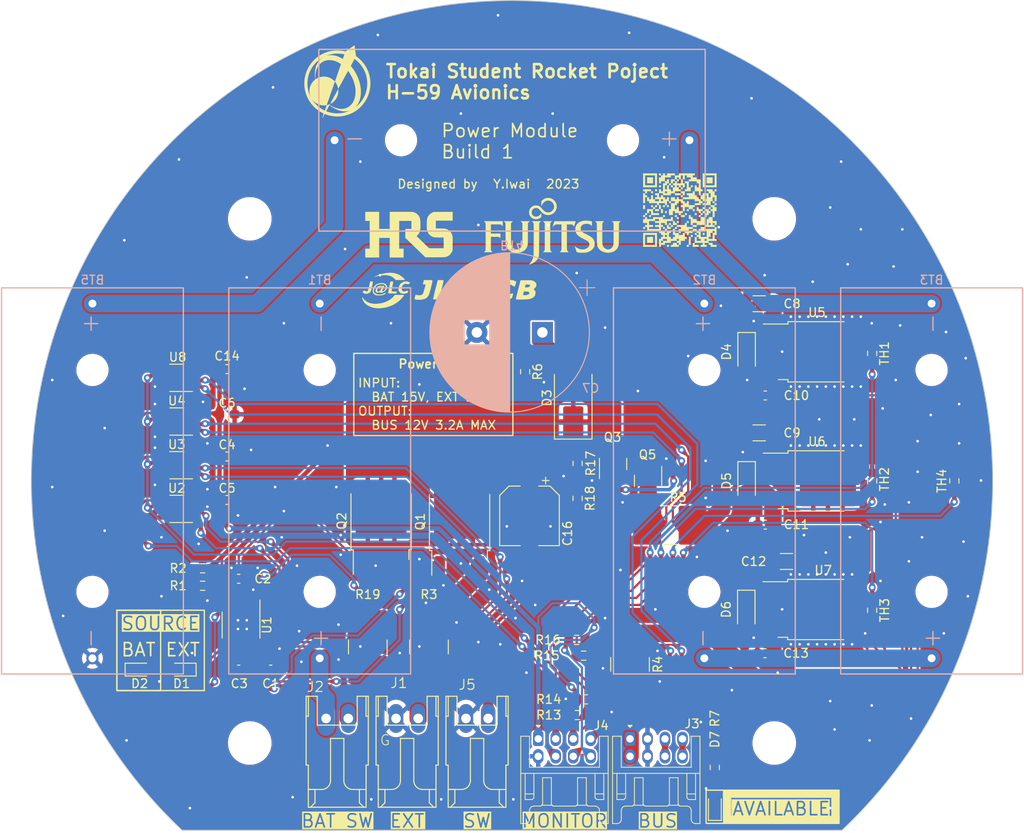
<source format=kicad_pcb>
(kicad_pcb (version 20221018) (generator pcbnew)
  (layers (0 "F.Cu" signal) (31 "B.Cu" signal) (34 "B.Paste" user) (35 "F.Paste" user) (36 "B.SilkS" user "B.Silkscreen") (37 "F.SilkS" user "F.Silkscreen") (38 "B.Mask" user) (39 "F.Mask" user) (44 "Edge.Cuts" user))
  (net 0 "")
  (net 1 "Net-(BT1-+)")
  (net 2 "Net-(BT1--)")
  (net 3 "Net-(BT2--)")
  (net 4 "Net-(BT3--)")
  (net 5 "Net-(BT4--)")
  (net 6 "GND")
  (net 7 "Net-(U1-VCC)")
  (net 8 "Net-(U1-CPO2)")
  (net 9 "Net-(U1-CPO1)")
  (net 10 "+3.3V")
  (net 11 "Net-(D3-A)")
  (net 12 "+VSW")
  (net 13 "Net-(D4-A)")
  (net 14 "Net-(D3-K)")
  (net 15 "Net-(Q3-G)")
  (net 16 "Net-(D1-K)")
  (net 17 "Net-(D1-A)")
  (net 18 "Net-(D2-K)")
  (net 19 "Net-(D2-A)")
  (net 20 "Net-(J1-Pin_2)")
  (net 21 "+12V")
  (net 22 "Net-(J3-Pin_5)")
  (net 23 "Net-(J3-Pin_7)")
  (net 24 "I2C_SDA")
  (net 25 "I2C_SCL")
  (net 26 "VREF_T1")
  (net 27 "VREF_T2")
  (net 28 "VREF_T3")
  (net 29 "VREF_T4")
  (net 30 "Net-(J5-Pin_2)")
  (net 31 "Net-(Q3-D)")
  (net 32 "Net-(Q5-S)")
  (net 33 "Net-(Q2-G)")
  (net 34 "Net-(Q1-G)")
  (net 35 "Net-(J2-Pin_2)")
  (net 36 "Net-(Q2-S)")
  (net 37 "Net-(Q1-S)")
  (net 38 "Net-(D7-A)")
  (footprint "Hirose_Connector:Hirose_DF1B" (layer "F.Cu") (at 128.33 112.99)
    (fp_text reference "J1")
    (fp_text value "GPU")
  )
  (footprint "Resistor_SMD:R_0603_1608Metric_Pad0.98x0.95mm_HandSolder" (layer "F.Cu") (at 182.8 100.6 -90)
    (fp_text reference "TH3")
    (fp_text value "10kR")
  )
  (footprint "LED_SMD:LED_0603_1608Metric_Pad1.05x0.95mm_HandSolder" (layer "F.Cu") (at 164.8 123 90)
    (fp_text reference "D7")
    (fp_text value "Green")
  )
  (footprint "Capacitor_SMD:C_0603_1608Metric_Pad1.08x0.95mm_HandSolder" (layer "F.Cu") (at 109 87.975 180)
    (fp_text reference "C5")
    (fp_text value "0.1uF")
  )
  (footprint "MountingHole:MountingHole_4.5mm" (layer "F.Cu") (at 171.6 115.8)
    (fp_text reference "REF**" hide)
    (fp_text value "MountingHole_4.5mm" hide)
  )
  (footprint "LOGO" (layer "F.Cu") (at 160.8 54.8)
    (fp_text reference "G***" hide)
    (fp_text value "LOGO" hide)
  )
  (footprint "Package_TO_SOT_SMD:TO-252-2" (layer "F.Cu") (at 176.4775 71.02)
    (fp_text reference "U5")
    (fp_text value "NJM7812SDL1")
  )
  (footprint "Resistor_SMD:R_0603_1608Metric_Pad0.98x0.95mm_HandSolder" (layer "F.Cu") (at 149.0875 112.6)
    (fp_text reference "R13")
    (fp_text value "10kR")
  )
  (footprint "Capacitor_SMD:C_0603_1608Metric_Pad1.08x0.95mm_HandSolder" (layer "F.Cu") (at 114 107.4 180)
    (fp_text reference "C1")
    (fp_text value "0.1uF")
  )
  (footprint "Package_TO_SOT_SMD:SOT-23" (layer "F.Cu") (at 157.1625 85.8 -90)
    (fp_text reference "Q5")
    (fp_text value "AO3401A")
  )
  (footprint "Package_TO_SOT_SMD:SOT-23-8" (layer "F.Cu") (at 103.25 84 180)
    (fp_text reference "U3")
    (fp_text value "INA219BxDCN")
  )
  (footprint "MountingHole:MountingHole_4.5mm" (layer "F.Cu") (at 171.6 55.8)
    (fp_text reference "REF**" hide)
    (fp_text value "MountingHole_4.5mm" hide)
  )
  (footprint "Resistor_SMD:R_0603_1608Metric_Pad0.98x0.95mm_HandSolder" (layer "F.Cu") (at 106.2 97.8)
    (fp_text reference "R1")
    (fp_text value "2.7kR")
  )
  (footprint "Package_TO_SOT_SMD:TO-252-2" (layer "F.Cu") (at 176.4775 85.8)
    (fp_text reference "U6")
    (fp_text value "NJM7812SDL1")
  )
  (footprint "Hirose_Connector:Hirose_DF11B-8DP-2DS" (layer "F.Cu") (at 155.1 115.325)
    (fp_text reference "J3")
    (fp_text value "BUS")
  )
  (footprint "LOGO" (layer "F.Cu") (at 129.8 57.6)
    (fp_text reference "G***" hide)
    (fp_text value "LOGO" hide)
  )
  (footprint "Resistor_SMD:R_0603_1608Metric_Pad0.98x0.95mm_HandSolder" (layer "F.Cu") (at 150 110.8)
    (fp_text reference "R14")
    (fp_text value "10kR")
  )
  (footprint "Resistor_SMD:R_2816_7142Metric_Pad3.20x4.45mm_HandSolder" (layer "F.Cu") (at 155.1 106.8 -90)
    (fp_text reference "R4")
    (fp_text value "0.1R")
  )
  (footprint "Resistor_SMD:R_2816_7142Metric_Pad3.20x4.45mm_HandSolder" (layer "F.Cu") (at 125.1 104.8 90)
    (fp_text reference "R19")
    (fp_text value "0.1R")
  )
  (footprint "Capacitor_SMD:C_0603_1608Metric_Pad1.08x0.95mm_HandSolder" (layer "F.Cu") (at 109 83 180)
    (fp_text reference "C4")
    (fp_text value "0.1uF")
  )
  (footprint "Resistor_SMD:R_2816_7142Metric_Pad3.20x4.45mm_HandSolder" (layer "F.Cu") (at 159.6625 90.8625)
    (fp_text reference "R5")
    (fp_text value "0.1R")
  )
  (footprint "LED_SMD:LED_0603_1608Metric_Pad1.05x0.95mm_HandSolder" (layer "F.Cu") (at 99 107.4)
    (fp_text reference "D2")
    (fp_text value "Orange")
  )
  (footprint "Package_TO_SOT_SMD:SOT-23-8" (layer "F.Cu") (at 103.25 79 180)
    (fp_text reference "U4")
    (fp_text value "INA219BxDCN")
  )
  (footprint "Capacitor_SMD:C_1206_3216Metric_Pad1.33x1.80mm_HandSolder" (layer "F.Cu") (at 169.875 80.3)
    (fp_text reference "C9")
    (fp_text value "10uF")
  )
  (footprint "Package_SO:MSOP-16_3x4mm_P0.5mm" (layer "F.Cu") (at 110.6 102.3 -90)
    (fp_text reference "U1")
    (fp_text value "LTC4353")
  )
  (footprint "Capacitor_SMD:C_0603_1608Metric_Pad1.08x0.95mm_HandSolder" (layer "F.Cu") (at 109 78.175 180)
    (fp_text reference "C6")
    (fp_text value "0.1uF")
  )
  (footprint "Resistor_SMD:R_0603_1608Metric_Pad0.98x0.95mm_HandSolder" (layer "F.Cu") (at 149 104 180)
    (fp_text reference "R16")
    (fp_text value "10kR")
  )
  (footprint "Capacitor_SMD:C_0603_1608Metric_Pad1.08x0.95mm_HandSolder" (layer "F.Cu") (at 110.3375 97)
    (fp_text reference "C2")
    (fp_text value "0.056uF")
  )
  (footprint "Resistor_SMD:R_0603_1608Metric_Pad0.98x0.95mm_HandSolder" (layer "F.Cu") (at 149.1 87.8 -90)
    (fp_text reference "R18")
    (fp_text value "3.3kR")
  )
  (footprint "Hirose_Connector:Hirose_DF1B" (layer "F.Cu") (at 120.33 112.99)
    (fp_text reference "J2")
    (fp_text value "BATTERY")
  )
  (footprint "Diode_SMD:D_SOD-123F" (layer "F.Cu") (at 168.4375 85.8 -90)
    (fp_text reference "D5")
    (fp_text value "GS1010FL")
  )
  (footprint "LOGO" (layer "F.Cu") (at 121.6 40.2)
    (fp_text reference "G***" hide)
    (fp_text value "LOGO" hide)
  )
  (footprint "Capacitor_SMD:C_0603_1608Metric_Pad1.08x0.95mm_HandSolder" (layer "F.Cu") (at 170.575 76.02)
    (fp_text reference "C10")
    (fp_text value "0.1uF")
  )
  (footprint "LOGO" (layer "F.Cu") (at 134.4 64)
    (fp_text reference "G***" hide)
    (fp_text value "LOGO" hide)
  )
  (footprint "Resistor_SMD:R_0603_1608Metric_Pad0.98x0.95mm_HandSolder" (layer "F.Cu") (at 149.1 83.8 -90)
    (fp_text reference "R17")
    (fp_text value "5.6kR")
  )
  (footprint "Resistor_SMD:R_0603_1608Metric_Pad0.98x0.95mm_HandSolder" (layer "F.Cu") (at 192.2 85.8 90)
    (fp_text reference "TH4")
    (fp_text value "10kR")
  )
  (footprint "Package_TO_SOT_SMD:TO-252-2" (layer "F.Cu") (at 176.4375 100.52)
    (fp_text reference "U7")
    (fp_text value "NJM7812SDL1")
  )
  (footprint "Capacitor_SMD:C_1206_3216Metric_Pad1.33x1.80mm_HandSolder" (layer "F.Cu") (at 173 95.02 180)
    (fp_text reference "C12")
    (fp_text value "10uF")
  )
  (footprint "Package_TO_SOT_SMD:SOT-23" (layer "F.Cu") (at 153.1625 83.8625 90)
    (fp_text reference "Q3")
    (fp_text value "AO3401A")
  )
  (footprint "LOGO" (layer "F.Cu") (at 146.2 57.2)
    (fp_text reference "G***" hide)
    (fp_text value "LOGO" hide)
  )
  (footprint "Hirose_Connector:Hirose_DF11B-8DP-2DS" (layer "F.Cu") (at 144.6 115.325)
    (fp_text reference "J4")
    (fp_text value "MONITOR")
  )
  (footprint "Capacitor_SMD:C_0603_1608Metric_Pad1.08x0.95mm_HandSolder" (layer "F.Cu") (at 170.575 90.8)
    (fp_text reference "C11")
    (fp_text value "0.1uF")
  )
  (footprint "Resistor_SMD:R_0603_1608Metric_Pad0.98x0.95mm_HandSolder" (layer "F.Cu") (at 143.1 73.3 -90)
    (fp_text reference "R6")
    (fp_text value "5.6kR")
  )
  (footprint "Capacitor_SMD:C_0603_1608Metric_Pad1.08x0.95mm_HandSolder" (layer "F.Cu") (at 110.3375 107.4)
    (fp_text reference "C3")
    (fp_text value "0.056uF")
  )
  (footprint "MountingHole:MountingHole_4.5mm" (layer "F.Cu") (at 111.6 115.8)
    (fp_text reference "REF**" hide)
    (fp_text value "MountingHole_4.5mm" hide)
  )
  (footprint "Resistor_SMD:R_0603_1608Metric_Pad0.98x0.95mm_HandSolder" (layer "F.Cu") (at 149.8 105.8 180)
    (fp_text reference "R15")
    (fp_text value "10kR")
  )
  (footprint "Capacitor_SMD:CP_Elec_6.3x5.9" (layer "F.Cu") (at 143.6 89.8 -90)
    (fp_text reference "C16")
    (fp_text value "33uF")
  )
  (footprint "Package_TO_SOT_SMD:SOT-23-8" (layer "F.Cu") (at 103.25 89 180)
    (fp_text reference "U2")
    (fp_text value "INA219BxDCN")
  )
  (footprint "Capacitor_SMD:C_1206_3216Metric_Pad1.33x1.80mm_HandSolder" (layer "F.Cu") (at 169.875 65.52)
    (fp_text reference "C8")
    (fp_text value "10uF")
  )
  (footprint "MountingHole:MountingHole_4.5mm" (layer "F.Cu") (at 111.6 55.8)
    (fp_text reference "REF**" hide)
    (fp_text value "MountingHole_4.5mm" hide)
  )
  (footprint "Capacitor_SMD:C_0603_1608Metric_Pad1.08x0.95mm_HandSolder" (layer "F.Cu") (at 109 73 180)
    (fp_text reference "C14")
    (fp_text value "0.1uF")
  )
  (footprint "Diode_SMD:D_SMB_Handsoldering" (layer "F.Cu") (at 148.6 76.3 90)
    (fp_text reference "D3")
    (fp_text value "SR54F")
  )
  (footprint "Resistor_SMD:R_0603_1608Metric_Pad0.98x0.95mm_HandSolder" (layer "F.Cu") (at 164.8 118.6 90)
    (fp_text reference "R7")
    (fp_text value "2.7kR")
  )
  (footprint "Capacitor_SMD:C_0603_1608Metric_Pad1.08x0.95mm_HandSolder" (layer "F.Cu") (at 170.535 105.52)
    (fp_text reference "C13")
    (fp_text value "0.1uF")
  )
  (footprint "Resistor_SMD:R_0603_1608Metric_Pad0.98x0.95mm_HandSolder" (layer "F.Cu") (at 182.8 71.2 90)
    (fp_text reference "TH1")
    (fp_text value "10kR")
  )
  (footprint "Package_TO_SOT_SMD:SOT-23-8" (layer "F.Cu") (at 103.25 74 180)
    (fp_text reference "U8")
    (fp_text value "INA219BxDCN")
  )
  (footprint "Resistor_SMD:R_0603_1608Metric_Pad0.98x0.95mm_HandSolder" (layer "F.Cu") (at 106.2 95.8)
    (fp_text reference "R2")
    (fp_text value "2.7kR")
  )
  (footprint "Package_TO_SOT_SMD:TO-252-2" (layer "F.Cu") (at 135.6 90.46 90)
    (fp_text reference "Q1")
    (fp_text value "TK8S06K3L")
  )
  (footprint "Package_TO_SOT_SMD:TO-252-2" (layer "F.Cu") (at 126.625 90.385 90)
    (fp_text reference "Q2")
    (fp_text value "TK8S06K3L")
  )
  (footprint "Hirose_Connector:Hirose_DF1B" (layer "F.Cu") (at 136.33 112.99)
    (fp_text reference "J5")
    (fp_text value "MASTER")
  )
  (footprint "Resistor_SMD:R_2816_7142Metric_Pad3.20x4.45mm_HandSolder" (layer "F.Cu") (at 132.1 104.8 90)
    (fp_text reference "R3")
    (fp_text value "0.1R")
  )
  (footprint "Resistor_SMD:R_0603_1608Metric_Pad0.98x0.95mm_HandSolder" (layer "F.Cu") (at 182.8 85.8 90)
    (fp_text reference "TH2")
    (fp_text value "10kR")
  )
  (footprint "Diode_SMD:D_SOD-123F" (layer "F.Cu") (at 168.3975 100.52 -90)
    (fp_text reference "D6")
    (fp_text value "GS1010FL")
  )
  (footprint "Diode_SMD:D_SOD-123F" (layer "F.Cu") (at 168.4375 71.02 -90)
    (fp_text reference "D4")
    (fp_text value "GS1010FL")
  )
  (footprint "LED_SMD:LED_0603_1608Metric_Pad1.05x0.95mm_HandSolder" (layer "F.Cu") (at 103.8 107.4 180)
    (fp_text reference "D1")
    (fp_text value "Orange")
  )
  (footprint "TSRP_Structure:CA123A_PC" (layer "B.Cu") (at 163.6 85.8 90)
    (fp_text reference "BT2")
    (fp_text value "CR123A")
  )
  (footprint "TSRP_Structure:CA123A_PC" (layer "B.Cu") (at 141.6 46.8)
    (fp_text reference "BT4")
    (fp_text value "CR123A")
  )
  (footprint "TSRP_Structure:CA123A_PC" (layer "B.Cu") (at 93.6 85.8 90)
    (fp_text reference "BT5")
    (fp_text value "CR123A")
  )
  (footprint "TSRP_Structure:CA123A_PC" (layer "B.Cu") (at 189.6 85.8 -90)
    (fp_text reference "BT3")
    (fp_text value "CR123A")
  )
  (footprint "TSRP_Structure:CA123A_PC" (layer "B.Cu") (at 119.6 85.8 -90)
    (fp_text reference "BT1")
    (fp_text value "CR123A")
  )
  (footprint "Capacitor_THT:CP_Radial_D18.0mm_P7.50mm" (layer "B.Cu") (at 145.07778 68.8 180)
    (fp_text reference "C7")
    (fp_text value "2200uF")
  )
  (gr_rect (start 165.8 124.2) (end 179 125) (stroke (width 0.15)) (fill solid) (layer "F.SilkS"))
  (gr_rect (start 165.8 121.6) (end 166.6 124.6) (stroke (width 0.15)) (fill solid) (layer "F.SilkS"))
  (gr_rect (start 178.2 121.6) (end 179 124.6) (stroke (width 0.15)) (fill solid) (layer "F.SilkS"))
  (gr_rect (start 123.5 71.2) (end 141.7 80.6) (stroke (width 0.15)) (fill none) (layer "F.SilkS"))
  (gr_rect (start 165.8 121.2) (end 179 122) (stroke (width 0.15)) (fill solid) (layer "F.SilkS"))
  (gr_rect (start 96.4 100.6) (end 106.4 109.8) (stroke (width 0.15)) (fill none) (layer "F.SilkS"))
  (gr_rect (start 163.8 121.2) (end 179 125) (stroke (width 0.15)) (fill none) (layer "F.SilkS"))
  (gr_rect (start 96.4 100.6) (end 101.4 109.8) (stroke (width 0.15)) (fill none) (layer "F.SilkS"))
  (gr_arc locked (start 103.85 125.8) (mid 141.6 30.799432) (end 179.35 125.8) (stroke (width 0.1)) (layer "Edge.Cuts"))
  (gr_line locked (start 179.35 125.8) (end 103.85 125.8) (stroke (width 0.1)) (layer "Edge.Cuts"))
  (gr_text "EXT" (at 129.6 125.6) (layer "F.SilkS" knockout) (effects (font (size 1.5 1.5) (thickness 0.1875)) (justify bottom)))
  (gr_text "SOURCE" (at 101.4 103) (layer "F.SilkS" knockout) (effects (font (size 1.5 1.5) (thickness 0.1875)) (justify bottom)))
  (gr_text "AVAILABLE" (at 172.4 124.2) (layer "F.SilkS" knockout) (effects (font (size 1.5 1.5) (thickness 0.1875)) (justify bottom)))
  (gr_text "INPUT:\n  BAT 15V, EXT 18V\nOUTPUT:\n  BUS 12V 3.2A MAX\n" (at 123.9 80) (layer "F.SilkS") (effects (font (size 1 1)) (justify left bottom)))
  (gr_text "BAT EXT" (at 101.4 106) (layer "F.SilkS") (effects (font (size 1.5 1.5) (thickness 0.1875)) (justify bottom)))
  (gr_text "Power Spec." (at 128.5 73) (layer "F.SilkS") (effects (font (size 1 1) (thickness 0.1875)) (justify left bottom)))
  (gr_text "Tokai Student Rocket Poject\nH-59 Avionics" (at 127 42.2) (layer "F.SilkS") (effects (font (size 1.5 1.5) (thickness 0.3) bold) (justify left bottom)))
  (gr_text "Power Module\nBuild 1" (at 133.4 49) (layer "F.SilkS") (effects (font (size 1.5 1.5) (thickness 0.1875)) (justify left bottom)))
  (gr_text "BUS" (at 158.25 125.6) (layer "F.SilkS" knockout) (effects (font (size 1.5 1.5) (thickness 0.1875)) (justify bottom)))
  (gr_text "BAT SW" (at 121.6 125.6) (layer "F.SilkS" knockout) (effects (font (size 1.5 1.5) (thickness 0.1875)) (justify bottom)))
  (gr_text "MONITOR" (at 147.6 125.6) (layer "F.SilkS" knockout) (effects (font (size 1.5 1.5) (thickness 0.1875)) (justify bottom)))
  (gr_text "Designed by 　Y.Iwai 　2023" (at 128.4 52.4) (layer "F.SilkS") (effects (font (size 1 1) (thickness 0.153)) (justify left bottom)))
  (gr_text "SW" (at 137.6 125.6) (layer "F.SilkS" knockout) (effects (font (size 1.5 1.5) (thickness 0.1875)) (justify bottom)))
  (segment (start 120.33 110.73) (end 119.6 110) (width 2) (layer "B.Cu") (net 1))
  (segment (start 119.6 110) (end 119.6 106.1) (width 2) (layer "B.Cu") (net 1))
  (segment (start 120.33 113.99) (end 120.33 110.73) (width 2) (layer "B.Cu") (net 1))
  (segment locked (start 163.6 65.5) (end 157.9 59.8) (width 2) (layer "B.Cu") (net 2))
  (segment locked (start 125.3 59.8) (end 119.6 65.5) (width 2) (layer "B.Cu") (net 2))
  (segment locked (start 157.9 59.8) (end 125.3 59.8) (width 2) (layer "B.Cu") (net 2))
  (segment locked (start 189.6 106.1) (end 163.6 106.1) (width 2) (layer "B.Cu") (net 3))
  (segment locked (start 170.8 65.5) (end 189.6 65.5) (width 2) (layer "B.Cu") (net 4))
  (segment locked (start 161.9 46.8) (end 161.9 56.6) (width 2) (layer "B.Cu") (net 4))
  (segment locked (start 161.9 56.6) (end 170.8 65.5) (width 2) (layer "B.Cu") (net 4))
  (segment locked (start 112.4 65.5) (end 121.3 56.6) (width 2) (layer "B.Cu") (net 5))
  (segment locked (start 121.3 56.6) (end 121.3 46.8) (width 2) (layer "B.Cu") (net 5))
  (segment locked (start 93.6 65.5) (end 112.4 65.5) (width 2) (layer "B.Cu") (net 5))
  (via (at 173.5 81.75) (size 0.5) (drill 0.3) (layers "F.Cu" "B.Cu") (net 6))
  (via (at 116.5 122) (size 0.5) (drill 0.3) (layers "F.Cu" "B.Cu") (net 6))
  (via (at 110.25 101.75) (size 0.5) (drill 0.3) (layers "F.Cu" "B.Cu") (net 6))
  (via (at 185.25 61.25) (size 0.5) (drill 0.3) (layers "F.Cu" "B.Cu") (net 6))
  (via (at 182.75 67.75) (size 0.5) (drill 0.3) (layers "F.Cu" "B.Cu") (net 6))
  (via (at 126.5 62.25) (size 0.5) (drill 0.3) (layers "F.Cu" "B.Cu") (net 6))
  (via (at 112.5 95.75) (size 0.5) (drill 0.3) (layers "F.Cu" "B.Cu") (net 6))
  (via (at 178.5 104.5) (size 0.5) (drill 0.3) (layers "F.Cu" "B.Cu") (net 6))
  (via (at 115 105) (size 0.5) (drill 0.3) (layers "F.Cu" "B.Cu") (net 6))
  (via (at 100.75 82) (size 0.5) (drill 0.3) (layers "F.Cu" "B.Cu") (net 6))
  (via (at 168.5 74.25) (size 0.5) (drill 0.3) (layers "F.Cu" "B.Cu") (net 6))
  (via (at 179.5 96.5) (size 0.5) (drill 0.3) (layers "F.Cu" "B.Cu") (net 6))
  (via (at 97.25 58.25) (size 0.5) (drill 0.3) (layers "F.Cu" "B.Cu") (net 6))
  (via (at 179.5 104.5) (size 0.5) (drill 0.3) (layers "F.Cu" "B.Cu") (net 6))
  (via (at 154 96) (size 0.5) (drill 0.3) (layers "F.Cu" "B.Cu") (net 6))
  (via (at 111 75.25) (size 0.5) (drill 0.3) (layers "F.Cu" "B.Cu") (net 6))
  (via (at 135.75 43.75) (size 0.5) (drill 0.3) (layers "F.Cu" "B.Cu") (net 6))
  (via (at 158 100.5) (size 0.5) (drill 0.3) (layers "F.Cu" "B.Cu") (net 6))
  (via (at 187 88.25) (size 0.5) (drill 0.3) (layers "F.Cu" "B.Cu") (net 6))
  (via (at 172 107.75) (size 0.5) (drill 0.3) (layers "F.Cu" "B.Cu") (net 6))
  (via (at 154.25 88.25) (size 0.5) (drill 0.3) (layers "F.Cu" "B.Cu") (net 6))
  (via (at 179.5 81.75) (size 0.5) (drill 0.3) (layers "F.Cu" "B.Cu") (net 6))
  (via (at 115.5 89.25) (size 0.5) (drill 0.3) (layers "F.Cu" "B.Cu") (net 6))
  (via (at 193.25 92.75) (size 0.5) (drill 0.3) (layers "F.Cu" "B.Cu") (net 6))
  (via (at 188 84.75) (size 0.5) (drill 0.3) (layers "F.Cu" "B.Cu") (net 6))
  (via (at 139 98.25) (size 0.5) (drill 0.3) (layers "F.Cu" "B.Cu") (net 6))
  (via (at 145.75 56.5) (size 0.5) (drill 0.3) (layers "F.Cu" "B.Cu") (net 6))
  (via (at 131 94.75) (size 0.5) (drill 0.3) (layers "F.Cu" "B.Cu") (net 6))
  (via (at 112 98.25) (size 0.5) (drill 0.3) (layers "F.Cu" "B.Cu") (net 6))
  (via (at 163.75 83.5) (size 0.5) (drill 0.3) (layers "F.Cu" "B.Cu") (net 6))
  (via (at 170.5 62.25) (size 0.5) (drill 0.3) (layers "F.Cu" "B.Cu") (net 6))
  (via (at 165.5 65.75) (size 0.5) (drill 0.3) (layers "F.Cu" "B.Cu") (net 6))
  (via (at 192.75 81.5) (size 0.5) (drill 0.3) (layers "F.Cu" "B.Cu") (net 6))
  (via (at 177.5 94) (size 0.5) (drill 0.3) (layers "F.Cu" "B.Cu") (net 6))
  (via (at 121.5 86.5) (size 0.5) (drill 0.3) (layers "F.Cu" "B.Cu") (net 6))
  (via (at 183.75 97.25) (size 0.5) (drill 0.3) (layers "F.Cu" "B.Cu") (net 6))
  (via (at 131 104.75) (size 0.5) (drill 0.3) (layers "F.Cu" "B.Cu") (net 6))
  (via (at 169 42) (size 0.5) (drill 0.3) (layers "F.Cu" "B.Cu") (net 6))
  (via (at 166.75 109.75) (size 0.5) (drill 0.3) (layers "F.Cu" "B.Cu") (net 6))
  (via (at 178 54.5) (size 0.5) (drill 0.3) (layers "F.Cu" "B.Cu") (net 6))
  (via (at 173.5 67) (size 0.5) (drill 0.3) (layers "F.Cu" "B.Cu") (net 6))
  (via (at 174.5 81.75) (size 0.5) (drill 0.3) (layers "F.Cu" "B.Cu") (net 6))
  (via (at 178.5 75) (size 0.5) (drill 0.3) (layers "F.Cu" "B.Cu") (net 6))
  (via (at 193.5 71.75) (size 0.5) (drill 0.3) (layers "F.Cu" "B.Cu") (net 6))
  (via (at 141.75 122.25) (size 0.5) (drill 0.3) (layers "F.Cu" "B.Cu") (net 6))
  (via (at 173.5 96.5) (size 0.5) (drill 0.3) (layers "F.Cu" "B.Cu") (net 6))
  (via (at 124.25 104.75) (size 0.5) (drill 0.3) (layers "F.Cu" "B.Cu") (net 6))
  (via (at 178.5 67) (size 0.5) (drill 0.3) (layers "F.Cu" "B.Cu") (net 6))
  (via (at 180.25 92.25) (size 0.5) (drill 0.3) (layers "F.Cu" "B.Cu") (net 6))
  (via (at 180.75 78.75) (size 0.5) (drill 0.3) (layers "F.Cu" "B.Cu") (net 6))
  (via (at 178 123.25) (size 0.5) (drill 0.3) (layers "F.Cu" "B.Cu") (net 6))
  (via (at 89 86.5) (size 0.5) (drill 0.3) (layers "F.Cu" "B.Cu") (net 6))
  (via (at 187.25 113) (size 0.5) (drill 0.3) (layers "F.Cu" "B.Cu") (net 6))
  (via (at 177.5 67) (size 0.5) (drill 0.3) (layers "F.Cu" "B.Cu") (net 6))
  (via (at 175.5 67) (size 0.5) (drill 0.3) (layers "F.Cu" "B.Cu") (net 6))
  (via (at 140.25 104.5) (size 0.5) (drill 0.3) (layers "F.Cu" "B.Cu") (net 6))
  (via (at 90.25 101.25) (size 0.5) (drill 0.3) (layers "F.Cu" "B.Cu") (net 6))
  (via (at 195.25 85.75) (size 0.5) (drill 0.3) (layers "F.Cu" "B.Cu") (net 6))
  (via (at 174.5 75) (size 0.5) (drill 0.3) (layers "F.Cu" "B.Cu") (net 6))
  (via (at 122.5 59.25) (size 0.5) (drill 0.3) (layers "F.Cu" "B.Cu") (net 6))
  (via (at 155 34.5) (size 0.5) (drill 0.3) (layers "F.Cu" "B.Cu") (net 6))
  (via (at 177.5 96.5) (size 0.5) (drill 0.3) (layers "F.Cu" "B.Cu") (net 6))
  (via (at 177.5 75) (size 0.5) (drill 0.3) (layers "F.Cu" "B.Cu") (net 6))
  (via (at 178 111) (size 0.5) (drill 0.3) (layers "F.Cu" "B.Cu") (net 6))
  (via (at 191.25 68.75) (size 0.5) (drill 0.3) (layers "F.Cu" "B.Cu") (net 6))
  (via (at 188 81.25) (size 0.5) (drill 0.3) (layers "F.Cu" "B.Cu") (net 6))
  (via (at 175.5 96.5) (size 0.5) (drill 0.3) (layers "F.Cu" "B.Cu") (net 6))
  (via (at 176.5 81.75) (size 0.5) (drill 0.3) (layers "F.Cu" "B.Cu") (net 6))
  (via (at 186.25 57) (size 0.5) (drill 0.3) (layers "F.Cu" "B.Cu") (net 6))
  (via (at 182.5 115.5) (size 0.5) (drill 0.3) (layers "F.Cu" "B.Cu") (net 6))
  (via (at 156 75.5) (size 0.5) (drill 0.3) (layers "F.Cu" "B.Cu") (net 6))
  (via (at 140 32.5) (size 0.5) (drill 0.3) (layers "F.Cu" "B.Cu") (net 6))
  (via (at 146.25 43.75) (size 0.5) (drill 0.3) (layers "F.Cu" "B.Cu") (net 6))
  (via (at 169.25 103.75) (size 0.5) (drill 0.3) (layers "F.Cu" "B.Cu") (net 6))
  (via (at 150.75 85.75) (size 0.5) (drill 0.3) (layers "F.Cu" "B.Cu") (net 6))
  (via (at 158.25 105.25) (size 0.5) (drill 0.3) (layers "F.Cu" "B.Cu") (net 6))
  (via (at 121.75 102.25) (size 0.5) (drill 0.3) (layers "F.Cu" "B.Cu") (net 6))
  (via (at 142.75 97.25) (size 0.5) (drill 0.3) (layers "F.Cu" "B.Cu") (net 6))
  (via (at 176 63) (size 0.5) (drill 0.3) (layers "F.Cu" "B.Cu") (net 6))
  (via (at 141 91) (size 0.5) (drill 0.3) (layers "F.Cu" "B.Cu") (net 6))
  (via (at 135.75 95.25) (size 0.5) (drill 0.3) (layers "F.Cu" "B.Cu") (net 6))
  (via (at 180.5 104.5) (size 0.5) (drill 0.3) (layers "F.Cu" "B.Cu") (net 6))
  (via (at 165.25 56.75) (size 0.5) (drill 0.3) (layers "F.Cu" "B.Cu") (net 6))
  (via (at 147.75 110.75) (size 0.5) (drill 0.3) (layers "F.Cu" "B.Cu") (net 6))
  (via (at 131.75 99.75) (size 0.5) (drill 0.3) (layers "F.Cu" "B.Cu") (net 6))
  (via (at 114.25 40.75) (size 0.5) (drill 0.3) (layers "F.Cu" "B.Cu") (net 6))
  (via (at 103.5 49) (size 0.5) (drill 0.3) (layers "F.Cu" "B.Cu") (net 6))
  (via (at 137.75 104.25) (size 0.5) (drill 0.3) (layers "F.Cu" "B.Cu") (net 6))
  (via (at 175.5 104.5) (size 0.5) (drill 0.3) (layers "F.Cu" "B.Cu") (net 6))
  (via (at 177.5 81.75) (size 0.5) (drill 0.3) (layers "F.Cu" "B.Cu") (net 6))
  (via (at 174.5 67) (size 0.5) (drill 0.3) (layers "F.Cu" "B.Cu") (net 6))
  (via (at 187 95) (size 0.5) (drill 0.3) (layers "F.Cu" "B.Cu") (net 6))
  (via (at 101.5 92.25) (size 0.5) (drill 0.3) (layers "F.Cu" "B.Cu") (net 6))
  (via (at 173.5 104.5) (size 0.5) (drill 0.3) (layers "F.Cu" "B.Cu") (net 6))
  (via (at 188.5 92.25) (size 0.5) (drill 0.3) (layers "F.Cu" "B.Cu") (net 6))
  (via (at 168 82.5) (size 0.5) (drill 0.3) (layers "F.Cu" "B.Cu") (net 6))
  (via (at 117.25 103) (size 0.5) (drill 0.3) (layers "F.Cu" "B.Cu") (net 6))
  (via (at 159 48.75) (size 0.5) (drill 0.3) (layers "F.Cu" "B.Cu") (net 6))
  (via (at 126.25 34.75) (size 0.5) (drill 0.3) (layers "F.Cu" "B.Cu") (net 6))
  (via (at 95 79.75) (size 0.5) (drill 0.3) (layers "F.Cu" "B.Cu") (net 6))
  (via (at 142 101.5) (size 0.5) (drill 0.3) (layers "F.Cu" "B.Cu") (net 6))
  (via (at 125.5 122.25) (size 0.5) (drill 0.3) (layers "F.Cu" "B.Cu") (net 6))
  (via (at 143.25 107.75) (size 0.5) (drill 0.3) (layers "F.Cu" "B.Cu") (net 6))
  (via (at 178.5 114.25) (size 0.5) (drill 0.3) (layers "F.Cu" "B.Cu") (net 6))
  (via (at 111.25 101.75) (size 0.5) (drill 0.3) (layers "F.Cu" "B.Cu") (net 6))
  (via (at 182.75 111.5) (size 0.5) (drill 0.3) (layers "F.Cu" "B.Cu") (net 6))
  (via (at 172.5 71) (size 0.5) (drill 0.3) (layers "F.Cu" "B.Cu") (net 6))
  (via (at 111.75 82.25) (size 0.5) (drill 0.3) (layers "F.Cu" "B.Cu") (net 6))
  (via (at 180.5 75) (size 0.5) (drill 0.3) (layers "F.Cu" "B.Cu") (net 6))
  (via (at 128.75 105.5) (size 0.5) (drill 0.3) (layers "F.Cu" "B.Cu") (net 6))
  (via (at 110.25 102.75) (size 0.5) (drill 0.3) (layers "F.Cu" "B.Cu") (net 6))
  (via (at 106.25 76.75) (size 0.5) (drill 0.3) (layers "F.Cu" "B.Cu") (net 6))
  (via (at 181.5 57) (size 0.5) (drill 0.3) (layers "F.Cu" "B.Cu") (net 6))
  (via (at 111.25 62.5) (size 0.5) (drill 0.3) (layers "F.Cu" "B.Cu") (net 6))
  (via (at 106.75 88.75) (size 0.5) (drill 0.3) (layers "F.Cu" "B.Cu") (net 6))
  (via (at 189.5 78.25) (size 0.5) (drill 0.3) (layers "F.Cu" "B.Cu") (net 6))
  (via (at 152.25 68.25) (size 0.5) (drill 0.3) (layers "F.Cu" "B.Cu") (net 6))
  (via (at 106.75 99.5) (size 0.5) (drill 0.3) (layers "F.Cu" "B.Cu") (net 6))
  (via (at 181.5 67) (size 0.5) (drill 0.3) (layers "F.Cu" "B.Cu") (net 6))
  (via (at 100.75 75) (size 0.5) (drill 0.3) (layers "F.Cu" "B.Cu") (net 6))
  (via (at 180 61) (size 0.5) (drill 0.3) (layers "F.Cu" "B.Cu") (net 6))
  (via (at 135.25 102) (size 0.5) (drill 0.3) (layers "F.Cu" "B.Cu") (net 6))
  (via (at 137.75 56.5) (size 0.5) (drill 0.3) (layers "F.Cu" "B.Cu") (net 6))
  (via (at 109.5 95.75) (size 0.5) (drill 0.3) (layers "F.Cu" "B.Cu") (net 6))
  (via (at 106.75 81.5) (size 0.5) (drill 0.3) (layers "F.Cu" "B.Cu") (net 6))
  (via (at 131 74.75) (size 0.5) (drill 0.3) (layers "F.Cu" "B.Cu") (net 6))
  (via (at 152.25 101.5) (size 0.5) (drill 0.3) (layers "F.Cu" "B.Cu") (net 6))
  (via (at 185.5 74.25) (size 0.5) (drill 0.3) (layers "F.Cu" "B.Cu") (net 6))
  (via (at 126 95.5) (size 0.5) (drill 0.3) (layers "F.Cu" "B.Cu") (net 6))
  (via (at 180.5 96.5) (size 0.5) (drill 0.3) (layers "F.Cu" "B.Cu") (net 6))
  (via (at 186 68) (size 0.5) (drill 0.3) (layers "F.Cu" "B.Cu") (net 6))
  (via (at 100.75 86.25) (size 0.5) (drill 0.3) (layers "F.Cu" "B.Cu") (net 6))
  (via (at 173.5 75) (size 0.5) (drill 0.3) (layers "F.Cu" "B.Cu") (net 6))
  (via (at 100.75 80.75) (size 0.5) (drill 0.3) (layers "F.Cu" "B.Cu") (net 6))
  (via (at 184.25 88.5) (size 0.5) (drill 0.3) (layers "F.Cu" "B.Cu") (net 6))
  (via (at 178.5 81.75) (size 0.5) (drill 0.3) (layers "F.Cu" "B.Cu") (net 6))
  (via (at 106.75 86.75) (size 0.5) (drill 0.3) (layers "F.Cu" "B.Cu") (net 6))
  (via (at 121.75 106.25) (size 0.5) (drill 0.3) (layers "F.Cu" "B.Cu") (net 6))
  (via (at 159.25 83.25) (size 0.5) (drill 0.3) (layers "F.Cu" "B.Cu") (net 6))
  (via (at 181.5 81.75) (size 0.5) (drill 0.3) (layers "F.Cu" "B.Cu") (net 6))
  (via (at 175 92) (size 0.5) (drill 0.3) (layers "F.Cu" "B.Cu") (net 6))
  (via (at 114.5 86.5) (size 0.5) (drill 0.3) (layers "F.Cu" "B.Cu") (net 6))
  (via (at 183.75 90.5) (size 0.5) (drill 0.3) (layers "F.Cu" "B.Cu") (net 6))
  (via (at 122 94.25) (size 0.5) (drill 0.3) (layers "F.Cu" "B.Cu") (net 6))
  (via (at 179.5 67) (size 0.5) (drill 0.3) (layers "F.Cu" "B.Cu") (net 6))
  (via (at 175.5 81.75) (size 0.5) (drill 0.3) (layers "F.Cu" "B.Cu") (net 6))
  (via (at 176.5 104.5) (size 0.5) (drill 0.3) (layers "F.Cu" "B.Cu") (net 6))
  (via (at 177.5 104.5) (size 0.5) (drill 0.3) (layers "F.Cu" "B.Cu") (net 6))
  (via (at 120.5 81.75) (size 0.5) (drill 0.3) (layers "F.Cu" "B.Cu") (net 6))
  (via (at 176.5 96.5) (size 0.5) (drill 0.3) (layers "F.Cu" "B.Cu") (net 6))
  (via (at 176.5 67) (size 0.5) (drill 0.3) (layers "F.Cu" "B.Cu") (net 6))
  (via (at 180.5 81.75) (size 0.5) (drill 0.3) (layers "F.Cu" "B.Cu") (net 6))
  (via (at 89 74.25) (size 0.5) (drill 0.3) (layers "F.Cu" "B.Cu") (net 6))
  (via (at 179.5 75) (size 0.5) (drill 0.3) (layers "F.Cu" "B.Cu") (net 6))
  (via (at 145.25 74.5) (size 0.5) (drill 0.3) (layers "F.Cu" "B.Cu") (net 6))
  (via (at 147.5 85.25) (size 0.5) (drill 0.3) (layers "F.Cu" "B.Cu") (net 6))
  (via (at 181.5 75) (size 0.5) (drill 0.3) (layers "F.Cu" "B.Cu") (net 6))
  (via (at 166.25 91.5) (size 0.5) (drill 0.3) (layers "F.Cu" "B.Cu") (net 6))
  (via (at 163.8 121) (size 0.5) (drill 0.3) (layers "F.Cu" "B.Cu") (net 6))
  (via (at 178.5 96.5) (size 0.5) (drill 0.3) (layers "F.Cu" "B.Cu") (net 6))
  (via (at 133.75 97.75) (size 0.5) (drill 0.3) (layers "F.Cu" "B.Cu") (net 6))
  (via (at 179.25 49.25) (size 0.5) (drill 0.3) (layers "F.Cu" "B.Cu") (net 6))
  (via (at 101.25 108.75) (size 0.5) (drill 0.3) (layers "F.Cu" "B.Cu") (net 6))
  (via (at 117.5 106.5) (size 0.5) (drill 0.3) (layers "F.Cu" "B.Cu") (net 6))
  (via (at 172.5 100.5) (size 0.5) (drill 0.3) (layers "F.Cu" "B.Cu") (net 6))
  (via (at 124.25 49.25) (size 0.5) (drill 0.3) (layers "F.Cu" "B.Cu") (net 6))
  (via (at 97.5 115.5) (size 0.5) (drill 0.3) (layers "F.Cu" "B.Cu") (net 6))
  (via (at 110.25 89.75) (size 0.5) (drill 0.3) (layers "F.Cu" "B.Cu") (net 6))
  (via (at 176.75 78.75) (size 0.5) (drill 0.3) (layers "F.Cu" "B.Cu") (net 6))
  (via (at 158.5 108.75) (size 0.5) (drill 0.3) (layers "F.Cu" "B.Cu") (net 6))
  (via (at 163.2 113.4) (size 0.5) (drill 0.3) (layers "F.Cu" "B.Cu") (net 6))
  (via (at 174.5 96.5) (size 0.5) (drill 0.3) (layers "F.Cu" "B.Cu") (net 6))
  (via (at 174.5 104.5) (size 0.5) (drill 0.3) (layers "F.Cu" "B.Cu") (net 6))
  (via (at 176.5 75) (size 0.5) (drill 0.3) (layers "F.Cu" "B.Cu") (net 6))
  (via (at 115.5 67.75) (size 0.5) (drill 0.3) (layers "F.Cu" "B.Cu") (net 6))
  (via (at 191 103.25) (size 0.5) (drill 0.3) (layers "F.Cu" "B.Cu") (net 6))
  (via (at 104.75 123.25) (size 0.5) (drill 0.3) (layers "F.Cu" "B.Cu") (net 6))
  (via (at 163.75 87.75) (size 0.5) (drill 0.3) (layers "F.Cu" "B.Cu") (net 6))
  (via (at 182 103.25) (size 0.5) (drill 0.3) (layers "F.Cu" "B.Cu") (net 6))
  (via (at 122 92) (size 0.5) (drill 0.3) (layers "F.Cu" "B.Cu") (net 6))
  (via (at 111.25 102.75) (size 0.5) (drill 0.3) (layers "F.Cu" "B.Cu") (net 6))
  (via (at 152 107.25) (size 0.5) (drill 0.3) (layers "F.Cu" "B.Cu") (net 6))
  (via (at 149 62) (size 0.5) (drill 0.3) (layers "F.Cu" "B.Cu") (net 6))
  (via (at 133.5 122.25) (size 0.5) (drill 0.3) (layers "F.Cu" "B.Cu") (net 6))
  (via (at 105 105.5) (size 0.5) (drill 0.3) (layers "F.Cu" "B.Cu") (net 6))
  (via (at 161.75 71.5) (size 0.5) (drill 0.3) (layers "F.Cu" "B.Cu") (net 6))
  (via (at 117 95.5) (size 0.5) (drill 0.3) (layers "F.Cu" "B.Cu") (net 6))
  (via (at 192.75 77) (size 0.5) (drill 0.3) (layers "F.Cu" "B.Cu") (net 6))
  (via (at 146 91) (size 0.5) (drill 0.3) (layers "F.Cu" "B.Cu") (net 6))
  (via (at 180.5 67) (size 0.5) (drill 0.3) (layers "F.Cu" "B.Cu") (net 6))
  (via (at 127.75 67.75) (size 0.5) (drill 0.3) (layers "F.Cu" "B.Cu") (net 6))
  (via (at 193.75 99) (size 0.5) (drill 0.3) (layers "F.Cu" "B.Cu") (net 6))
  (via (at 184 77.5) (size 0.5) (drill 0.3) (layers "F.Cu" "B.Cu") (net 6))
  (via (at 169.25 67.5) (size 0.5) (drill 0.3) (layers "F.Cu" "B.Cu") (net 6))
  (via (at 101.5 99) (size 0.5) (drill 0.3) (layers "F.Cu" "B.Cu") (net 6))
  (via (at 162.75 94.5) (size 0.5) (drill 0.3) (layers "F.Cu" "B.Cu") (net 6))
  (via (at 153 112.25) (size 0.5) (drill 0.3) (layers "F.Cu" "B.Cu") (net 6))
  (via (at 105.75 93) (size 0.5) (drill 0.3) (layers "F.Cu" "B.Cu") (net 6))
  (via (at 144.25 100) (size 0.5) (drill 0.3) (layers "F.Cu" "B.Cu") (net 6))
  (via (at 100.75 77) (size 0.5) (drill 0.3) (layers "F.Cu" "B.Cu") (net 6))
  (via (at 175.5 75) (size 0.5) (drill 0.3) (layers "F.Cu" "B.Cu") (net 6))
  (via (at 115.25 92.25) (size 0.5) (drill 0.3) (layers "F.Cu" "B.Cu") (net 6))
  (via (at 95 91.5) (size 0.5) (drill 0.3) (layers "F.Cu" "B.Cu") (net 6))
  (segment (start 111.35 104.45) (end 111.35 105.6125) (width 0.25) (layer "F.Cu") (net 7))
  (segment (start 111.35 105.6125) (end 113.1375 107.4) (width 0.25) (layer "F.Cu") (net 7))
  (segment (start 109.475 97) (end 109.85 97.375) (width 0.25) (layer "F.Cu") (net 8))
  (segment (start 109.85 97.375) (end 109.85 100.15) (width 0.25) (layer "F.Cu") (net 8))
  (segment (start 109.85 104.45) (end 109.85 107.025) (width 0.25) (layer "F.Cu") (net 9))
  (segment (start 109.85 107.025) (end 109.475 107.4) (width 0.25) (layer "F.Cu") (net 9))
  (segment (start 151 102.6) (end 149.9125 103.6875) (width 0.25) (layer "F.Cu") (net 10))
  (segment (start 108.1125 83.025) (end 104.3875 83.025) (width 0.25) (layer "F.Cu") (net 10))
  (segment (start 108.1375 78.175) (end 108.1375 83) (width 0.5) (layer "F.Cu") (net 10))
  (segment (start 108.1375 83) (end 108.1375 87.975) (width 0.5) (layer "F.Cu") (net 10))
  (segment (start 103.738604 78.025) (end 104.3875 78.025) (width 0.25) (layer "F.Cu") (net 10))
  (segment (start 108.1375 90.1375) (end 108.1375 87.975) (width 0.5) (layer "F.Cu") (net 10))
  (segment (start 148.2 112.6) (end 149.0875 111.7125) (width 0.25) (layer "F.Cu") (net 10))
  (segment (start 103.25 88.836396) (end 103.25 88.513604) (width 0.25) (layer "F.Cu") (net 10))
  (segment (start 102.1125 74.325) (end 102.1125 74.975) (width 0.25) (layer "F.Cu") (net 10))
  (segment (start 103.25 73.25) (end 103.25 73.836396) (width 0.25) (layer "F.Cu") (net 10))
  (segment (start 103.25 73.836396) (end 102.761396 74.325) (width 0.25) (layer "F.Cu") (net 10))
  (segment (start 103.738604 88.025) (end 104.3875 88.025) (width 0.25) (layer "F.Cu") (net 10))
  (segment (start 102.1125 89.325) (end 102.761396 89.325) (width 0.25) (layer "F.Cu") (net 10))
  (segment (start 103.25 88.513604) (end 103.738604 88.025) (width 0.25) (layer "F.Cu") (net 10))
  (segment (start 102.761396 89.325) (end 103.25 88.836396) (width 0.25) (layer "F.Cu") (net 10))
  (segment (start 103.475 73.025) (end 103.25 73.25) (width 0.25) (layer "F.Cu") (net 10))
  (segment (start 149.9125 104) (end 150.7125 104.8) (width 0.25) (layer "F.Cu") (net 10))
  (segment (start 108.1375 73) (end 108.1375 78.175) (width 0.5) (layer "F.Cu") (net 10))
  (segment (start 108.1125 73.025) (end 104.3875 73.025) (width 0.25) (layer "F.Cu") (net 10))
  (segment (start 149.0875 111.7125) (end 149.0875 110.8) (width 0.25) (layer "F.Cu") (net 10))
  (segment (start 103.25 78.513604) (end 103.738604 78.025) (width 0.25) (layer "F.Cu") (net 10))
  (segment (start 108.0875 88.025) (end 104.3875 88.025) (width 0.25) (layer "F.Cu") (net 10))
  (segment (start 148.4 109.4) (end 149.0875 110.0875) (width 0.25) (layer "F.Cu") (net 10))
  (segment (start 102.1125 79.975) (end 102.761396 79.975) (width 0.25) (layer "F.Cu") (net 10))
  (segment (start 150.7125 104.8) (end 150.7125 105.8) (width 0.25) (layer "F.Cu") (net 10))
  (segment (start 149.0875 110.0875) (end 149.0875 110.8) (width 0.25) (layer "F.Cu") (net 10))
  (segment (start 102.761396 74.325) (end 102.1125 74.325) (width 0.25) (layer "F.Cu") (net 10))
  (segment (start 104.3875 73.025) (end 103.475 73.025) (width 0.25) (layer "F.Cu") (net 10))
  (segment (start 102.761396 79.975) (end 103.25 79.486396) (width 0.25) (layer "F.Cu") (net 10))
  (segment (start 107.9875 78.025) (end 104.3875 78.025) (width 0.25) (layer "F.Cu") (net 10))
  (segment (start 109.25 91.25) (end 108.1375 90.1375) (width 0.5) (layer "F.Cu") (net 10))
  (segment (start 103.25 79.486396) (end 103.25 78.513604) (width 0.25) (layer "F.Cu") (net 10))
  (via (at 109.25 91.25) (size 0.8) (drill 0.4) (layers "F.Cu" "B.Cu") (net 10))
  (via (at 148.4 109.4) (size 0.8) (drill 0.4) (layers "F.Cu" "B.Cu") (net 10))
  (via (at 151 102.6) (size 0.8) (drill 0.4) (layers "F.Cu" "B.Cu") (net 10))
  (segment (start 146.2 99.8) (end 144.6 101.4) (width 0.25) (layer "B.Cu") (net 10))
  (segment (start 146 104.8) (end 146.8 104) (width 0.25) (layer "B.Cu") (net 10))
  (segment (start 133.25 91.25) (end 144.6 102.6) (width 0.5) (layer "B.Cu") (net 10))
  (segment (start 146 107) (end 146 104.8) (width 0.25) (layer "B.Cu") (net 10))
  (segment (start 151 101.6) (end 149.2 99.8) (width 0.25) (layer "B.Cu") (net 10))
  (segment (start 109.25 91.25) (end 133.25 91.25) (width 0.5) (layer "B.Cu") (net 10))
  (segment (start 144.6 102.6) (end 144.6 115.325) (width 0.5) (layer "B.Cu") (net 10))
  (segment (start 149.2 99.8) (end 146.2 99.8) (width 0.25) (layer "B.Cu") (net 10))
  (segment (start 149.6 104) (end 151 102.6) (width 0.25) (layer "B.Cu") (net 10))
  (segment (start 148.4 109.4) (end 146 107) (width 0.25) (layer "B.Cu") (net 10))
  (segment (start 151 102.6) (end 151 101.6) (width 0.25) (layer "B.Cu") (net 10))
  (segment (start 146.8 104) (end 149.6 104) (width 0.25) (layer "B.Cu") (net 10))
  (segment (start 144.6 101.4) (end 144.6 102.6) (width 0.25) (layer "B.Cu") (net 10))
  (segment (start 143.1 72.3875) (end 145.07778 70.40972) (width 0.4) (layer "F.Cu") (net 11))
  (segment (start 148.6 73.6) (end 145.07778 70.07778) (width 2) (layer "F.Cu") (net 11))
  (segment (start 145.07778 70.40972) (end 145.07778 68.8) (width 0.4) (layer "F.Cu") (net 11))
  (segment (start 145.07778 70.07778) (end 145.07778 68.8) (width 2) (layer "F.Cu") (net 11))
  (segment (start 165.6 82) (end 159 75.4) (width 2) (layer "F.Cu") (net 12))
  (segment (start 170.5175 99.12) (end 171.3975 98.24) (width 2) (layer "F.Cu") (net 12))
  (segment (start 167.1125 84.4) (end 165.6 85.9125) (width 2) (layer "F.Cu") (net 12))
  (segment (start 171.4375 68.74) (end 171.4375 65.52) (width 2) (layer "F.Cu") (net 12))
  (segment (start 165.6 85.9125) (end 165.6 82) (width 2) (layer "F.Cu") (net 12))
  (segment (start 170.05 69.62) (end 169.28 69.62) (width 2) (layer "F.Cu") (net 12))
  (segment (start 161.2 68.6) (end 167.4175 68.6) (width 2) (layer "F.Cu") (net 12))
  (segment (start 168.4375 69.62) (end 170.5575 69.62) (width 2) (layer "F.Cu") (net 12))
  (segment (start 160 90.5) (end 160.3625 90.8625) (width 0.25) (layer "F.Cu") (net 12))
  (segment (start 161.75 83) (end 161.75 87) (width 0.25) (layer "F.Cu") (net 12))
  (segment (start 165.6 89) (end 163.7375 90.8625) (width 2) (layer "F.Cu") (net 12))
  (segment (start 159 70.8) (end 161.2 68.6) (width 2) (layer "F.Cu") (net 12))
  (segment (start 161 82.25) (end 161.75 83) (width 0.25) (layer "F.Cu") (net 12))
  (segment (start 160.3625 90.8625) (end 162.2625 90.8625) (width 0.25) (layer "F.Cu") (net 12))
  (segment (start 159 75.4) (end 159 70.8) (width 2) (layer "F.Cu") (net 12))
  (segment (start 171.4375 80.3) (end 171.4375 83.52) (width 2) (layer "F.Cu") (net 12))
  (segment (start 167.4175 68.6) (end 168.4375 69.62) (width 2) (layer "F.Cu") (net 12))
  (segment (start 168.3975 96.7975) (end 162.4625 90.8625) (width 2) (layer "F.Cu") (net 12))
  (segment (start 106.425 79.325) (end 106.5 79.25) (width 0.25) (layer "F.Cu") (net 12))
  (segment (start 170.5575 84.4) (end 171.4375 83.52) (width 2) (layer "F.Cu") (net 12))
  (segment (start 168.3975 99.12) (end 170.5175 99.12) (width 2) (layer "F.Cu") (net 12))
  (segment (start 168.3975 99.12) (end 168.3975 96.7975) (width 2) (layer "F.Cu") (net 12))
  (segment (start 104.3875 79.325) (end 106.425 79.325) (width 0.25) (layer "F.Cu") (net 12))
  (segment (start 171.3975 95.02) (end 171.3975 98.24) (width 2) (layer "F.Cu") (net 12))
  (segment (start 160 88.75) (end 160 90.5) (width 0.25) (layer "F.Cu") (net 12))
  (segment (start 161.75 87) (end 160 88.75) (width 0.25) (layer "F.Cu") (net 12))
  (segment (start 168.4375 84.4) (end 170.5575 84.4) (width 2) (layer "F.Cu") (net 12))
  (segment (start 163.7375 90.8625) (end 162.2625 90.8625) (width 2) (layer "F.Cu") (net 12))
  (segment (start 168.4375 84.4) (end 167.1125 84.4) (width 2) (layer "F.Cu") (net 12))
  (segment (start 165.6 85.9125) (end 165.6 89) (width 2) (layer "F.Cu") (net 12))
  (via (at 106.5 79.25) (size 0.8) (drill 0.4) (layers "F.Cu" "B.Cu") (net 12))
  (via (at 161 82.25) (size 0.8) (drill 0.4) (layers "F.Cu" "B.Cu") (net 12))
  (segment (start 158 79.25) (end 161 82.25) (width 0.25) (layer "B.Cu") (net 12))
  (segment (start 106.5 79.25) (end 158 79.25) (width 0.25) (layer "B.Cu") (net 12))
  (segment (start 185.5 76.75) (end 185.5 100.25) (width 0.25) (layer "F.Cu") (net 13))
  (segment (start 186 107.25) (end 186 107.5) (width 0.25) (layer "F.Cu") (net 13))
  (segment (start 187.25 108) (end 186.25 109) (width 0.25) (layer "F.Cu") (net 13))
  (segment (start 188 108.5) (end 186.75 109.75) (width 0.25) (layer "F.Cu") (net 13))
  (segment (start 185.5 106.25) (end 174.25 106.25) (width 0.25) (layer "F.Cu") (net 13))
  (segment (start 185 104.75) (end 185.25 104.75) (width 0.25) (layer "F.Cu") (net 13))
  (segment (start 183.25 96) (end 183.5 96.25) (width 0.25) (layer "F.Cu") (net 13))
  (segment (start 182.5 104.25) (end 183.75 105.5) (width 0.25) (layer "F.Cu") (net 13))
  (segment (start 171.6375 91) (end 181.25 91) (width 0.25) (layer "F.Cu") (net 13))
  (segment (start 183.75 96.25) (end 184 96) (width 0.25) (layer "F.Cu") (net 13))
  (segment (start 184 105.5) (end 184.25 105.25) (width 0.25) (layer "F.Cu") (net 13))
  (segment (start 184.25 103) (end 184.25 102.75) (width 0.25) (layer "F.Cu") (net 13))
  (segment (start 170.5575 72.42) (end 171.4375 73.3) (width 2) (layer "F.Cu") (net 13))
  (segment (start 188 102.75) (end 188 108.5) (width 0.25) (layer "F.Cu") (net 13))
  (segment (start 185.5 104.5) (end 185.5 104.25) (width 0.25) (layer "F.Cu") (net 13))
  (segment (start 183.5 96.25) (end 183.75 96.25) (width 0.25) (layer "F.Cu") (net 13))
  (segment (start 187.25 103.3125) (end 187.25 108) (width 0.25) (layer "F.Cu") (net 13))
  (segment (start 155.75 106.5) (end 159 106.5) (width 0.25) (layer "F.Cu") (net 13))
  (segment (start 173.75 107.75) (end 173 108.5) (width 0.25) (layer "F.Cu") (net 13))
  (segment (start 185.75 107.75) (end 173.75 107.75) (width 0.25) (layer "F.Cu") (net 13))
  (segment (start 182.25 96.25) (end 182.5 96) (width 0.25) (layer "F.Cu") (net 13))
  (segment (start 184.5 91.25) (end 184.75 91.5) (width 0.25) (layer "F.Cu") (net 13))
  (segment (start 174 106.75) (end 174.25 107) (width 0.25) (layer "F.Cu") (net 13))
  (segment (start 181.75 91.5) (end 181.75 96) (width 0.25) (layer "F.Cu") (net 13))
  (segment (start 186.25 104) (end 186.25 105.5) (width 0.25) (layer "F.Cu") (net 13))
  (segment (start 181.25 91) (end 181.75 91.5) (width 0.25) (layer "F.Cu") (net 13))
  (segment (start 186 107.5) (end 185.75 107.75) (width 0.25) (layer "F.Cu") (net 13))
  (segment (start 106.5 75.25) (end 106.225 74.975) (width 0.25) (layer "F.Cu") (net 13))
  (segment (start 174.25 107) (end 185.75 107) (width 0.25) (layer "F.Cu") (net 13))
  (segment (start 184 91.5) (end 184.25 91.25) (width 0.25) (layer "F.Cu") (net 13))
  (segment (start 155.1 104.2) (end 156.05 103.25) (width 2) (layer "F.Cu") (net 13))
  (segment (start 156.05 103.25) (end 164.25 103.25) (width 2) (layer "F.Cu") (net 13))
  (segment (start 184.25 105.25) (end 184.25 105) (width 0.25) (layer "F.Cu") (net 13))
  (segment (start 184.25 105) (end 183 103.75) (width 0.25) (layer "F.Cu") (net 13))
  (segment (start 173.25 109) (end 173 109.25) (width 0.25) (layer "F.Cu") (net 13))
  (segment (start 185.5 104.25) (end 184.25 103) (width 0.25) (layer "F.Cu") (net 13))
  (segment (start 168.4375 87.2) (end 170.5575 87.2) (width 2) (layer "F.Cu") (net 13))
  (segment (start 185.75 107) (end 186 107.25) (width 0.25) (layer "F.Cu") (net 13))
  (segment (start 174 106.5) (end 174 106.75) (width 0.25) (layer "F.Cu") (net 13))
  (segment (start 183.5 103.25) (end 185 104.75) (width 0.25) (layer "F.Cu") (net 13))
  (segment (start 181.75 96) (end 182 96.25) (width 0.25) (layer "F.Cu") (net 13))
  (segment (start 155.1 105.85) (end 155.75 106.5) (width 0.25) (layer "F.Cu") (net 13))
  (segment (start 182.25 104.25) (end 182.5 104.25) (width 0.25) (layer "F.Cu") (net 13))
  (segment (start 183.75 105.5) (end 184 105.5) (width 0.25) (layer "F.Cu") (net 13))
  (segment (start 171.41 102.8125) (end 171.41 105.162068) (width 2) (layer "F.Cu") (net 13))
  (segment (start 171.787932 76) (end 184.75 76) (width 0.25) (layer "F.Cu") (net 13))
  (segment (start 182.25 105.25) (end 182.25 105) (width 0.25) (layer "F.Cu") (net 13))
  (segment (start 155.1 104.2) (end 155.1 105.85) (width 0.25) (layer "F.Cu") (net 13))
  (segment (start 185.25 104.75) (end 185.5 104.5) (width 0.25) (layer "F.Cu") (net 13))
  (segment (start 182 104.75) (end 182 104.5) (width 0.25) (layer "F.Cu") (net 13))
  (segment (start 184.75 100.8125) (end 187.25 103.3125) (width 0.25) (layer "F.Cu") (net 13))
  (segment (start 168.4375 72.42) (end 170.5575 72.42) (width 2) (layer "F.Cu") (net 13))
  (segment (start 182.5 96) (end 182.5 91.5) (width 0.25) (layer "F.Cu") (net 13))
  (segment (start 168.3975 101.92) (end 170.5175 101.92) (width 2) (layer "F.Cu") (net 13))
  (segment (start 182.75 91.25) (end 183 91.25) (width 0.25) (layer "F.Cu") (net 13))
  (segment (start 184.75 102.5) (end 186.25 104) (width 0.25) (layer "F.Cu") (net 13))
  (segment (start 164.25 103.25) (end 170.25 109.25) (width 2) (layer "F.Cu") (net 13))
  (segment (start 183 91.25) (end 183.25 91.5) (width 0.25) (layer "F.Cu") (net 13))
  (segment (start 184.25 91.25) (end 184.5 91.25) (width 0.25) (layer "F.Cu") (net 13))
  (segment (start 183 103.5) (end 183.25 103.25) (width 0.25) (layer "F.Cu") (net 13))
  (segment (start 186.25 105.5) (end 185.5 106.25) (width 0.25) (layer "F.Cu") (net 13))
  (segment (start 183.25 103.25) (end 183.5 103.25) (width 0.25) (layer "F.Cu") (net 13))
  (segment (start 186.25 109) (end 173.25 109) (width 0.25) (layer "F.Cu") (net 13))
  (segment (start 182 105.5) (end 182.25 105.25) (width 0.25) (layer "F.Cu") (net 13))
  (segment (start 170.5575 87.2) (end 171.4375 88.08) (width 2) (layer "F.Cu") (net 13))
  (segment (start 182 104.5) (end 182.25 104.25) (width 0.25) (layer "F.Cu") (net 13))
  (segment (start 171.45 73.3125) (end 171.45 75.662068) (width 2) (layer "F.Cu") (net 13))
  (segment (start 182.25 105) (end 182 104.75) (width 0.25) (layer "F.Cu") (net 13))
  (segment (start 170.5175 101.92) (end 171.3975 102.8) (width 2) (layer "F.Cu") (net 13))
  (segment (start 183 103.75) (end 183 103.5) (width 0.25) (layer "F.Cu") (net 13))
  (segment (start 159 106.5) (end 159.75 105.75) (width 0.25) (layer "F.Cu") (net 13))
  (segment (start 186.75 109.75) (end 173.5 109.75) (width 0.25) (layer "F.Cu") (net 13))
  (segment (start 184.75 91.5) (end 184.75 100.8125) (width 0.25) (layer "F.Cu") (net 13))
  (segment (start 183.25 91.5) (end 183.25 96) (width 0.25) (layer "F.Cu") (net 13))
  (segment (start 184.75 76) (end 185.5 76.75) (width 0.25) (layer "F.Cu") (net 13))
  (segment (start 171.45 88.0925) (end 171.45 90.442068) (width 2) (layer "F.Cu") (net 13))
  (segment (start 106.225 74.975) (end 104.3875 74.975) (width 0.25) (layer "F.Cu") (net 13))
  (segment (start 171.787932 76) (end 171.45 75.662068) (width 0.25) (layer "F.Cu") (net 13))
  (segment (start 182.5 91.5) (end 182.75 91.25) (width 0.25) (layer "F.Cu") (net 13))
  (segment (start 159.75 105.75) (end 159.75 105.25) (width 0.25) (layer "F.Cu") (net 13))
  (segment (start 182 96.25) (end 182.25 96.25) (width 0.25) (layer "F.Cu") (net 13))
  (segment (start 185.5 100.25) (end 188 102.75) (width 0.25) (layer "F.Cu") (net 13))
  (segment (start 174.25 106.25) (end 174 106.5) (width 0.25) (layer "F.Cu") (net 13))
  (segment (start 171.4175 105.5) (end 182 105.5) (width 0.25) (layer "F.Cu") (net 13))
  (segment (start 184 96) (end 184 91.5) (width 0.25) (layer "F.Cu") (net 13))
  (segment (start 184.25 102.75) (end 184.5 102.5) (width 0.25) (layer "F.Cu") (net 13))
  (segment (start 170.25 109.25) (end 173 109.25) (width 2) (layer "F.Cu") (net 13))
  (segment (start 184.5 102.5) (end 184.75 102.5) (width 0.25) (layer "F.Cu") (net 13))
  (via (at 159.75 105.25) (size 0.8) (drill 0.4) (layers "F.Cu" "B.Cu") (net 13))
  (via (at 106.5 75.25) (size 0.8) (drill 0.4) (layers "F.Cu" "B.Cu") (net 13))
  (segment (start 155.4 100.9) (end 159.75 105.25) (width 0.25) (layer "B.Cu") (net 13))
  (segment (start 158.2 78.2) (end 162 82) (width 0.25) (layer "B.Cu") (net 13))
  (segment (start 106.5 75.25) (end 109.45 78.2) (width 0.25) (layer "B.Cu") (net 13))
  (segment (start 109.45 78.2) (end 158.2 78.2) (width 0.25) (layer "B.Cu") (net 13))
  (segment (start 162 85.6) (end 155.4 92.2) (width 0.25) (layer "B.Cu") (net 13))
  (segment (start 155.4 92.2) (end 155.4 100.9) (width 0.25) (layer "B.Cu") (net 13))
  (segment (start 162 82) (end 162 85.6) (width 0.25) (layer "B.Cu") (net 13))
  (segment (start 109.35 99.35) (end 109.35 100.15) (width 0.25) (layer "F.Cu") (net 14))
  (segment (start 108.4 98.4) (end 109.35 99.35) (width 0.25) (layer "F.Cu") (net 14))
  (segment (start 108.4 94.5125) (end 108.4 98.4) (width 0.25) (layer "F.Cu") (net 14))
  (segment (start 143.1 74.2125) (end 143.1 76.8) (width 0.4) (layer "F.Cu") (net 14))
  (segment (start 109.325 104.425) (end 109.325 100.175) (width 0.25) (layer "F.Cu") (net 14))
  (segment (start 107.1125 95.8) (end 119.4125 83.5) (width 0.5) (layer "F.Cu") (net 14))
  (segment (start 119.4125 83.5) (end 123.75 83.5) (width 0.5) (layer "F.Cu") (net 14))
  (segment (start 107.1125 97.8) (end 107.1125 95.8) (width 0.5) (layer "F.Cu") (net 14))
  (segment (start 149.1 86.8875) (end 149.1 84.7125) (width 0.4) (layer "F.Cu") (net 15))
  (segment (start 147.6 87.7125) (end 148.425 86.8875) (width 0.4) (layer "F.Cu") (net 15))
  (segment (start 154.6 86.8) (end 153.1 86.8) (width 0.4) (layer "F.Cu") (net 15))
  (segment (start 147.6 91.8) (end 147.6 87.7125) (width 0.4) (layer "F.Cu") (net 15))
  (segment (start 160.1 85.8) (end 160.1 85.3) (width 0.4) (layer "F.Cu") (net 15))
  (segment (start 148.425 86.8875) (end 149.1 86.8875) (width 0.4) (layer "F.Cu") (net 15))
  (segment (start 146.8 92.6) (end 147.6 91.8) (width 0.4) (layer "F.Cu") (net 15))
  (segment (start 159.6625 84.8625) (end 158.1125 84.8625) (width 0.4) (layer "F.Cu") (net 15))
  (segment (start 143.6 92.6) (end 146.8 92.6) (width 0.4) (layer "F.Cu") (net 15))
  (segment (start 153.1 86.8) (end 152.2125 85.9125) (width 0.4) (layer "F.Cu") (net 15))
  (segment (start 152.2125 85.9125) (end 152.2125 84.8) (width 0.4) (layer "F.Cu") (net 15))
  (segment (start 149.1 84.7125) (end 152.125 84.7125) (width 0.4) (layer "F.Cu") (net 15))
  (segment (start 160.1 85.3) (end 159.6625 84.8625) (width 0.4) (layer "F.Cu") (net 15))
  (via (at 160.1 85.8) (size 0.8) (drill 0.4) (layers "F.Cu" "B.Cu") (net 15))
  (via (at 154.6 86.8) (size 0.8) (drill 0.4) (layers "F.Cu" "B.Cu") (net 15))
  (segment (start 159.6 86.8) (end 160.1 86.3) (width 0.4) (layer "B.Cu") (net 15))
  (segment (start 160.1 86.3) (end 160.1 85.8) (width 0.4) (layer "B.Cu") (net 15))
  (segment (start 154.6 86.8) (end 159.6 86.8) (width 0.4) (layer "B.Cu") (net 15))
  (segment (start 104.675 107.4) (end 105.9 107.4) (width 0.25) (layer "F.Cu") (net 16))
  (segment (start 105.9 107.4) (end 108.85 104.45) (width 0.25) (layer "F.Cu") (net 16))
  (segment (start 104.2 97.8) (end 105.2875 97.8) (width 0.25) (layer "F.Cu") (net 17))
  (segment (start 102.925 107.4) (end 102.925 99.075) (width 0.25) (layer "F.Cu") (net 17))
  (segment (start 102.925 99.075) (end 104.2 97.8) (width 0.25) (layer "F.Cu") (net 17))
  (segment (start 99.4 110) (end 106.4 110) (width 0.25) (layer "F.Cu") (net 18))
  (segment (start 106.4 110) (end 107.6 108.8) (width 0.25) (layer "F.Cu") (net 18))
  (segment (start 107.6 101.4) (end 108.85 100.15) (width 0.25) (layer "F.Cu") (net 18))
  (segment (start 98.125 108.725) (end 99.4 110) (width 0.25) (layer "F.Cu") (net 18))
  (segment (start 98.125 107.4) (end 98.125 108.725) (width 0.25) (layer "F.Cu") (net 18))
  (via (at 107.6 108.8) (size 0.8) (drill 0.4) (layers "F.Cu" "B.Cu") (net 18))
  (via (at 107.6 101.4) (size 0.8) (drill 0.4) (layers "F.Cu" "B.Cu") (net 18))
  (segment (start 107.6 108.8) (end 107.6 101.4) (width 0.25) (layer "B.Cu") (net 18))
  (segment (start 103 95.8) (end 105.2875 95.8) (width 0.25) (layer "F.Cu") (net 19))
  (segment (start 99.875 98.925) (end 103 95.8) (width 0.25) (layer "F.Cu") (net 19))
  (segment (start 99.875 107.4) (end 99.875 98.925) (width 0.25) (layer "F.Cu") (net 19))
  (segment (start 130.87 108.63) (end 132.1 107.4) (width 2) (layer "F.Cu") (net 20))
  (segment (start 106.5 85.324503) (end 106.150497 84.975) (width 0.25) (layer "F.Cu") (net 20))
  (segment (start 106.150497 84.975) (end 104.3875 84.975) (width 0.25) (layer "F.Cu") (net 20))
  (segment (start 130.87 112.99) (end 130.87 108.63) (width 2) (layer "F.Cu") (net 20))
  (segment (start 141 99) (end 132.6 107.4) (width 0.25) (layer "F.Cu") (net 20))
  (segment (start 141 97) (end 141 99) (width 0.25) (layer "F.Cu") (net 20))
  (via (at 141 97) (size 0.8) (drill 0.4) (layers "F.Cu" "B.Cu") (net 20))
  (via (at 106.5 85.324503) (size 0.8) (drill 0.4) (layers "F.Cu" "B.Cu") (net 20))
  (segment (start 141 96.75) (end 129.574503 85.324503) (width 0.25) (layer "B.Cu") (net 20))
  (segment (start 141 97) (end 141 96.75) (width 0.25) (layer "B.Cu") (net 20))
  (segment (start 129.574503 85.324503) (end 106.5 85.324503) (width 0.25) (layer "B.Cu") (net 20))
  (segment (start 163.8 111.8) (end 157.5 111.8) (width 0.25) (layer "F.Cu") (net 21))
  (segment (start 155.6875 107.25) (end 159.95 107.25) (width 0.25) (layer "F.Cu") (net 21))
  (segment (start 164.8 112.8) (end 163.8 111.8) (width 0.25) (layer "F.Cu") (net 21))
  (segment (start 159.95 107.25) (end 161 106.2) (width 0.25) (layer "F.Cu") (net 21))
  (segment (start 155.1 109.4) (end 155.1 107.8375) (width 0.25) (layer "F.Cu") (net 21))
  (segment (start 155.1 117.325) (end 155.1 109.4) (width 2) (layer "F.Cu") (net 21))
  (segment (start 164.8 117.6875) (end 164.8 112.8) (width 0.25) (layer "F.Cu") (net 21))
  (segment (start 157.5 111.8) (end 155.1 109.4) (width 0.25) (layer "F.Cu") (net 21))
  (segment (start 106.5 74.25) (end 106.425 74.325) (width 0.25) (layer "F.Cu") (net 21))
  (segment (start 155.1 107.8375) (end 155.6875 107.25) (width 0.25) (layer "F.Cu") (net 21))
  (segment (start 161 106.2) (end 161 105.25) (width 0.25) (layer "F.Cu") (net 21))
  (segment (start 106.425 74.325) (end 104.3875 74.325) (width 0.25) (layer "F.Cu") (net 21))
  (via (at 161 105.25) (size 0.8) (drill 0.4) (layers "F.Cu" "B.Cu") (net 21))
  (via (at 106.5 74.25) (size 0.8) (drill 0.4) (layers "F.Cu" "B.Cu") (net 21))
  (segment (start 158.25 77) (end 162.8 81.55) (width 0.25) (layer "B.Cu") (net 21))
  (segment (start 156.4 100.65) (end 161 105.25) (width 0.25) (layer "B.Cu") (net 21))
  (segment (start 162.8 81.55) (end 162.8 86.2) (width 0.25) (layer "B.Cu") (net 21))
  (segment (start 106.5 74.25) (end 107 74.25) (width 0.25) (layer "B.Cu") (net 21))
  (segment (start 109.75 77) (end 158.25 77) (width 0.25) (layer "B.Cu") (net 21))
  (segment (start 107 74.25) (end 109.75 77) (width 0.25) (layer "B.Cu") (net 21))
  (segment (start 156.4 92.6) (end 156.4 100.65) (width 0.25) (layer "B.Cu") (net 21))
  (segment (start 162.8 86.2) (end 156.4 92.6) (width 0.25) (layer "B.Cu") (net 21))
  (segment (start 159.1 115.325) (end 159.1 117.325) (width 0.25) (layer "F.Cu") (net 22))
  (segment (start 161.1 115.325) (end 161.1 117.325) (width 0.25) (layer "F.Cu") (net 23))
  (segment (start 102.1125 83.675) (end 100.099598 83.675) (width 0.25) (layer "F.Cu") (net 24))
  (segment (start 100.212299 78.675) (end 99.887299 79) (width 0.25) (layer "F.Cu") (net 24))
  (segment (start 100.099598 88.675) (end 102.1125 88.675) (width 0.25) (layer "F.Cu") (net 24))
  (segment (start 99.887299 88.887299) (end 100.099598 88.675) (width 0.25) (layer "F.Cu") (net 24))
  (segment (start 100.212299 73.675) (end 102.1125 73.675) (width 0.25) (layer "F.Cu") (net 24))
  (segment (start 100.099598 83.675) (end 99.887299 83.887299) (width 0.25) (layer "F.Cu") (net 24))
  (segment (start 99.887299 74) (end 100.212299 73.675) (width 0.25) (layer "F.Cu") (net 24))
  (segment (start 143.004367 103.783407) (end 146.6 107.37904) (width 0.25) (layer "F.Cu") (net 24))
  (segment (start 146.6 107.37904) (end 146.6 115.325) (width 0.25) (layer "F.Cu") (net 24))
  (segment (start 102.1125 78.675) (end 100.212299 78.675) (width 0.25) (layer "F.Cu") (net 24))
  (via (at 99.887299 83.887299) (size 0.8) (drill 0.4) (layers "F.Cu" "B.Cu") (net 24))
  (via (at 99.887299 79) (size 0.8) (drill 0.4) (layers "F.Cu" "B.Cu") (net 24))
  (via (at 99.887299 88.887299) (size 0.8) (drill 0.4) (layers "F.Cu" "B.Cu") (net 24))
  (via (at 99.887299 74) (size 0.8) (drill 0.4) (layers "F.Cu" "B.Cu") (net 24))
  (via (at 143.004367 103.783407) (size 0.8) (drill 0.4) (layers "F.Cu" "B.Cu") (net 24))
  (segment (start 99.887299 88.887299) (end 99.887299 83.887299) (width 0.25) (layer "B.Cu") (net 24))
  (segment (start 99.887299 83.887299) (end 99.887299 79) (width 0.25) (layer "B.Cu") (net 24))
  (segment (start 143.004367 103.783407) (end 131.97096 92.75) (width 0.25) (layer "B.Cu") (net 24))
  (segment (start 131.97096 92.75) (end 115.762653 92.75) (width 0.25) (layer "B.Cu") (net 24))
  (segment (start 114.287653 94.225) (end 105.225 94.225) (width 0.25) (layer "B.Cu") (net 24))
  (segment (start 105.225 94.225) (end 99.887299 88.887299) (width 0.25) (layer "B.Cu") (net 24))
  (segment (start 99.887299 79) (end 99.887299 74) (width 0.25) (layer "B.Cu") (net 24))
  (segment (start 115.762653 92.75) (end 114.287653 94.225) (width 0.25) (layer "B.Cu") (net 24))
  (segment (start 100 93.25) (end 99 92.25) (width 0.25) (layer "F.Cu") (net 25))
  (segment (start 102.1125 83.025) (end 99.725 83.025) (width 0.25) (layer "F.Cu") (net 25))
  (segment (start 142.75 104.75) (end 145.675 107.675) (width 0.25) (layer "F.Cu") (net 25))
  (segment (start 145.675 116.4) (end 146.6 117.325) (width 0.25) (layer "F.Cu") (net 25))
  (segment (start 99.725 73.025) (end 102.1125 73.025) (width 0.25) (layer "F.Cu") (net 25))
  (segment (start 145.675 107.675) (end 145.675 116.4) (width 0.25) (layer "F.Cu") (net 25))
  (segment (start 102.1125 78.025) (end 99.725 78.025) (width 0.25) (layer "F.Cu") (net 25))
  (segment (start 99.725 78.025) (end 99 78.75) (width 0.25) (layer "F.Cu") (net 25))
  (segment (start 99 92.25) (end 99 73.75) (width 0.25) (layer "F.Cu") (net 25))
  (segment (start 99 73.75) (end 99.725 73.025) (width 0.25) (layer "F.Cu") (net 25))
  (segment (start 99.725 83.025) (end 99 83.75) (width 0.25) (layer "F.Cu") (net 25))
  (segment (start 102.1125 88.025) (end 99.725 88.025) (width 0.25) (layer "F.Cu") (net 25))
  (segment (start 99.725 88.025) (end 99 88.75) (width 0.25) (layer "F.Cu") (net 25))
  (via (at 100 93.25) (size 0.8) (drill 0.4) (layers "F.Cu" "B.Cu") (net 25))
  (via (at 142.75 104.75) (size 0.8) (drill 0.4) (layers "F.Cu" "B.Cu") (net 25))
  (segment (start 131.5 93.5) (end 116.199524 93.5) (width 0.25) (layer "B.Cu") (net 25))
  (segment (start 116.199524 93.5) (end 114.699524 95) (width 0.25) (layer "B.Cu") (net 25))
  (segment (start 114.699524 95) (end 105 95) (width 0.25) (layer "B.Cu") (net 25))
  (segment (start 105 95) (end 103.25 93.25) (width 0.25) (layer "B.Cu") (net 25))
  (segment (start 103.25 93.25) (end 100 93.25) (width 0.25) (layer "B.Cu") (net 25))
  (segment (start 142.75 104.75) (end 131.5 93.5) (width 0.25) (layer "B.Cu") (net 25))
  (segment (start 150 112.4) (end 148.6 113.8) (width 0.25) (layer "F.Cu") (net 26))
  (segment (start 150.2 97.4) (end 145.6 102) (width 0.25) (layer "F.Cu") (net 26))
  (segment (start 157.4 94.8) (end 154.8 97.4) (width 0.25) (layer "F.Cu") (net 26))
  (segment (start 157.4 94) (end 157.4 94.8) (width 0.25) (layer "F.Cu") (net 26))
  (segment (start 145.6 102) (end 145.6 105.2) (width 0.25) (layer "F.Cu") (net 26))
  (segment (start 182.8 72.1125) (end 182.8 73.6) (width 0.25) (layer "F.Cu") (net 26))
  (segment (start 150 109.6) (end 150 112.4) (width 0.25) (layer "F.Cu") (net 26))
  (segment (start 148.6 113.8) (end 148.6 115.325) (width 0.25) (layer "F.Cu") (net 26))
  (segment (start 154.8 97.4) (end 150.2 97.4) (width 0.25) (layer "F.Cu") (net 26))
  (segment (start 145.6 105.2) (end 150 109.6) (width 0.25) (layer "F.Cu") (net 26))
  (via (at 182.8 73.6) (size 0.8) (drill 0.4) (layers "F.Cu" "B.Cu") (net 26))
  (via (at 157.4 94) (size 0.8) (drill 0.4) (layers "F.Cu" "B.Cu") (net 26))
  (segment (start 182.8 73.6) (end 182.8 85.2) (width 0.25) (layer "B.Cu") (net 26))
  (segment (start 163.6 86.6) (end 157.4 92.8) (width 0.25) (layer "B.Cu") (net 26))
  (segment (start 157.4 92.8) (end 157.4 94) (width 0.25) (layer "B.Cu") (net 26))
  (segment (start 181.4 86.6) (end 163.6 86.6) (width 0.25) (layer "B.Cu") (net 26))
  (segment (start 182.8 85.2) (end 181.4 86.6) (width 0.25) (layer "B.Cu") (net 26))
  (segment (start 149.6 116.325) (end 149.6 114.282995) (width 0.25) (layer "F.Cu") (net 27))
  (segment (start 150.9125 109.5125) (end 146.4 105) (width 0.25) (layer "F.Cu") (net 27))
  (segment (start 146.4 102.6) (end 150.6 98.4) (width 0.25) (layer "F.Cu") (net 27))
  (segment (start 158.633333 94.966667) (end 158.633333 94) (width 0.25) (layer "F.Cu") (net 27))
  (segment (start 150.6 98.4) (end 155.2 98.4) (width 0.25) (layer "F.Cu") (net 27))
  (segment (start 155.2 98.4) (end 158.633333 94.966667) (width 0.25) (layer "F.Cu") (net 27))
  (segment (start 149.6 114.282995) (end 150.9125 112.970495) (width 0.25) (layer "F.Cu") (net 27))
  (segment (start 150.9125 112.970495) (end 150.9125 109.5125) (width 0.25) (layer "F.Cu") (net 27))
  (segment (start 148.6 117.325) (end 149.6 116.325) (width 0.25) (layer "F.Cu") (net 27))
  (segment (start 182.8 86.7125) (end 182.8 88.2) (width 0.25) (layer "F.Cu") (net 27))
  (segment (start 146.4 105) (end 146.4 102.6) (width 0.25) (layer "F.Cu") (net 27))
  (via (at 158.633333 94) (size 0.8) (drill 0.4) (layers "F.Cu" "B.Cu") (net 27))
  (via (at 182.8 88.2) (size 0.8) (drill 0.4) (layers "F.Cu" "B.Cu") (net 27))
  (segment (start 158.633333 92.966667) (end 162.6 89) (width 0.25) (layer "B.Cu") (net 27))
  (segment (start 158.633333 94) (end 158.633333 92.966667) (width 0.25) (layer "B.Cu") (net 27))
  (segment (start 182 89) (end 182.8 88.2) (width 0.25) (layer "B.Cu") (net 27))
  (segment (start 162.6 89) (end 182 89) (width 0.25) (layer "B.Cu") (net 27))
  (segment (start 151.8 100) (end 149 102.8) (width 0.25) (layer "F.Cu") (net 28))
  (segment (start 149 102.8) (end 149 105.9125) (width 0.25) (layer "F.Cu") (net 28))
  (segment (start 161.2 94) (end 161.2 95) (width 0.25) (layer "F.Cu") (net 28))
  (segment (start 156.2 100) (end 151.8 100) (width 0.25) (layer "F.Cu") (net 28))
  (segment (start 182.8 99.6875) (end 182.8 98) (width 0.25) (layer "F.Cu") (net 28))
  (segment (start 149 105.9125) (end 152 108.9125) (width 0.25) (layer "F.Cu") (net 28))
  (segment (start 152 113.925) (end 150.6 115.325) (width 0.25) (layer "F.Cu") (net 28))
  (segment (start 161.2 95) (end 156.2 100) (width 0.25) (layer "F.Cu") (net 28))
  (segment (start 152 108.9125) (end 152 113.925) (width 0.25) (layer "F.Cu") (net 28))
  (via (at 161.2 94) (size 0.8) (drill 0.4) (layers "F.Cu" "B.Cu") (net 28))
  (via (at 182.8 98) (size 0.8) (drill 0.4) (layers "F.Cu" "B.Cu") (net 28))
  (segment (start 182 90.6) (end 182.8 91.4) (width 0.25) (layer "B.Cu") (net 28))
  (segment (start 182 90.6) (end 164.6 90.6) (width 0.25) (layer "B.Cu") (net 28))
  (segment (start 182.8 91.4) (end 182.8 98) (width 0.25) (layer "B.Cu") (net 28))
  (segment (start 161.2 94) (end 164.6 90.6) (width 0.25) (layer "B.Cu") (net 28))
  (segment (start 147.612299 105.187701) (end 147.612299 104.762701) (width 0.25) (layer "F.Cu") (net 29))
  (segment (start 148.0875 102.3125) (end 151.2 99.2) (width 0.25) (layer "F.Cu") (net 29))
  (segment (start 148.0875 104) (end 148.0875 102.3125) (width 0.25) (layer "F.Cu") (net 29))
  (segment (start 151.2 99.2) (end 155.8 99.2) (width 0.25) (layer "F.Cu") (net 29))
  (segment (start 155.8 99.2) (end 160 95) (width 0.25) (layer "F.Cu") (net 29))
  (segment (start 147.612299 104.762701) (end 148.0875 104.2875) (width 0.25) (layer "F.Cu") (net 29))
  (segment (start 192.2 86.7125) (end 192.2 88.2) (width 0.25) (layer "F.Cu") (net 29))
  (segment (start 160 95) (end 160 94) (width 0.25) (layer "F.Cu") (net 29))
  (via (at 147.612299 105.187701) (size 0.8) (drill 0.4) (layers "F.Cu" "B.Cu") (net 29))
  (via (at 160 94) (size 0.8) (drill 0.4) (layers "F.Cu" "B.Cu") (net 29))
  (via (at 192.2 88.2) (size 0.8) (drill 0.4) (layers "F.Cu" "B.Cu") (net 29))
  (segment (start 190.6 89.8) (end 192.2 88.2) (width 0.25) (layer "B.Cu") (net 29))
  (segment (start 149.6 107.175402) (end 149.6 116.325) (width 0.25) (layer "B.Cu") (net 29))
  (segment (start 163.6 89.8) (end 190.6 89.8) (width 0.25) (layer "B.Cu") (net 29))
  (segment (start 160 93.4) (end 163.6 89.8) (width 0.25) (layer "B.Cu") (net 29))
  (segment (start 147.612299 105.187701) (end 149.6 107.175402) (width 0.25) (layer "B.Cu") (net 29))
  (segment (start 160 94) (end 160 93.4) (width 0.25) (layer "B.Cu") (net 29))
  (segment (start 149.6 116.325) (end 150.6 117.325) (width 0.25) (layer "B.Cu") (net 29))
  (segment (start 149.1 88.7125) (end 149.1 92.8) (width 0.4) (layer "F.Cu") (net 30))
  (segment (start 138.87 103.03) (end 138.87 112.79) (width 0.4) (layer "F.Cu") (net 30))
  (segment (start 149.1 92.8) (end 138.87 103.03) (width 0.4) (layer "F.Cu") (net 30))
  (segment (start 154.1125 84.8) (end 156.0875 84.8) (width 2) (layer "F.Cu") (net 31))
  (segment (start 106.5 80.25) (end 106.225 79.975) (width 0.25) (layer "F.Cu") (net 32))
  (segment (start 159.25 88.75) (end 159.25 90.5) (width 0.25) (layer "F.Cu") (net 32))
  (segment (start 157.1625 86.7375) (end 157.1625 90.7625) (width 2) (layer "F.Cu") (net 32))
  (segment (start 161 87) (end 159.25 88.75) (width 0.25) (layer "F.Cu") (net 32))
  (segment (start 106.225 79.975) (end 104.3875 79.975) (width 0.25) (layer "F.Cu") (net 32))
  (segment (start 161 83.5) (end 161 87) (width 0.25) (layer "F.Cu") (net 32))
  (segment (start 158.8875 90.8625) (end 157.0625 90.8625) (width 0.25) (layer "F.Cu") (net 32))
  (segment (start 159.25 90.5) (end 158.8875 90.8625) (width 0.25) (layer "F.Cu") (net 32))
  (via (at 106.5 80.25) (size 0.8) (drill 0.4) (layers "F.Cu" "B.Cu") (net 32))
  (via (at 161 83.5) (size 0.8) (drill 0.4) (layers "F.Cu" "B.Cu") (net 32))
  (segment (start 161 83.5) (end 157.75 80.25) (width 0.25) (layer "B.Cu") (net 32))
  (segment (start 157.75 80.25) (end 106.5 80.25) (width 0.25) (layer "B.Cu") (net 32))
  (segment (start 110.3375 100.1375) (end 110.3375 94.4125) (width 0.25) (layer "F.Cu") (net 33))
  (segment (start 114.5 90.25) (end 119.17 90.25) (width 0.25) (layer "F.Cu") (net 33))
  (segment (start 110.3375 94.4125) (end 114.5 90.25) (width 0.25) (layer "F.Cu") (net 33))
  (segment (start 119.17 90.25) (end 124.345 95.425) (width 0.25) (layer "F.Cu") (net 33))
  (segment (start 112.067005 109.6) (end 110.3375 107.870495) (width 0.25) (layer "F.Cu") (net 34))
  (segment (start 132 95.5) (end 133.32 95.5) (width 0.25) (layer "F.Cu") (net 34))
  (segment (start 128.75 98.75) (end 132 95.5) (width 0.25) (layer "F.Cu") (net 34))
  (segment (start 110.3375 107.870495) (end 110.3375 104.4625) (width 0.25) (layer "F.Cu") (net 34))
  (segment (start 114.4 109.6) (end 112.067005 109.6) (width 0.25) (layer "F.Cu") (net 34))
  (via (at 114.4 109.6) (size 0.8) (drill 0.4) (layers "F.Cu" "B.Cu") (net 34))
  (via (at 128.75 98.75) (size 0.8) (drill 0.4) (layers "F.Cu" "B.Cu") (net 34))
  (segment (start 124 103.5) (end 118.75 103.5) (width 0.25) (layer "B.Cu") (net 34))
  (segment (start 116.4 105.85) (end 116.4 107.6) (width 0.25) (layer "B.Cu") (net 34))
  (segment (start 128.75 98.75) (end 124 103.5) (width 0.25) (layer "B.Cu") (net 34))
  (segment (start 116.4 107.6) (end 114.4 109.6) (width 0.25) (layer "B.Cu") (net 34))
  (segment (start 118.75 103.5) (end 116.4 105.85) (width 0.25) (layer "B.Cu") (net 34))
  (segment (start 115 95.75) (end 112.75 93.5) (width 0.25) (layer "F.Cu") (net 35))
  (segment (start 122.45 104.75) (end 116.5 104.75) (width 0.25) (layer "F.Cu") (net 35))
  (segment (start 122.87 112.99) (end 122.87 110.73) (width 2) (layer "F.Cu") (net 35))
  (segment (start 105.375 89.975) (end 104.3875 89.975) (width 0.25) (layer "F.Cu") (net 35))
  (segment (start 125.1 107.4) (end 122.45 104.75) (width 0.25) (layer "F.Cu") (net 35))
  (segment (start 106 90.6) (end 105.375 89.975) (width 0.25) (layer "F.Cu") (net 35))
  (segment (start 116.5 104.75) (end 115 103.25) (width 0.25) (layer "F.Cu") (net 35))
  (segment (start 106 91.75) (end 106 90.6) (width 0.25) (layer "F.Cu") (net 35))
  (segment (start 115 103.25) (end 115 95.75) (width 0.25) (layer "F.Cu") (net 35))
  (segment (start 125.1 108.5) (end 125.1 107.4) (width 2) (layer "F.Cu") (net 35))
  (segment (start 122.87 110.73) (end 125.1 108.5) (width 2) (layer "F.Cu") (net 35))
  (via (at 106 91.75) (size 0.8) (drill 0.4) (layers "F.Cu" "B.Cu") (net 35))
  (via (at 112.75 93.5) (size 0.8) (drill 0.4) (layers "F.Cu" "B.Cu") (net 35))
  (segment (start 106 91.75) (end 107.75 93.5) (width 0.25) (layer "B.Cu") (net 35))
  (segment (start 107.75 93.5) (end 112.75 93.5) (width 0.25) (layer "B.Cu") (net 35))
  (segment (start 106.125 89.325) (end 104.3875 89.325) (width 0.25) (layer "F.Cu") (net 36))
  (segment (start 113.05 96.7) (end 111.5 96.7) (width 0.25) (layer "F.Cu") (net 36))
  (segment (start 106.6 89.8) (end 106.125 89.325) (width 0.25) (layer "F.Cu") (net 36))
  (segment (start 117 104.25) (end 123.05 104.25) (width 0.25) (layer "F.Cu") (net 36))
  (segment (start 125.1 102.2) (end 125.1 99.23) (width 2) (layer "F.Cu") (net 36))
  (segment (start 116 94.75) (end 116 103.25) (width 0.25) (layer "F.Cu") (net 36))
  (segment (start 123.5 97.75) (end 124.98 99.23) (width 0.25) (layer "F.Cu") (net 36))
  (segment (start 124.98 99.23) (end 125.1 99.23) (width 0.25) (layer "F.Cu") (net 36))
  (segment (start 111.5 96.7) (end 110.85 97.35) (width 0.25) (layer "F.Cu") (net 36))
  (segment (start 110.85 97.35) (end 110.85 100.15) (width 0.25) (layer "F.Cu") (net 36))
  (segment (start 113.25 96.5) (end 113.05 96.7) (width 0.25) (layer "F.Cu") (net 36))
  (segment (start 123.05 104.25) (end 125.1 102.2) (width 0.25) (layer "F.Cu") (net 36))
  (segment (start 125.1 99.23) (end 128.905 95.425) (width 2) (layer "F.Cu") (net 36))
  (segment (start 114 92.75) (end 116 94.75) (width 0.25) (layer "F.Cu") (net 36))
  (segment (start 116 103.25) (end 117 104.25) (width 0.25) (layer "F.Cu") (net 36))
  (via (at 123.5 97.75) (size 0.8) (drill 0.4) (layers "F.Cu" "B.Cu") (net 36))
  (via (at 113.25 96.5) (size 0.8) (drill 0.4) (layers "F.Cu" "B.Cu") (net 36))
  (via (at 114 92.75) (size 0.8) (drill 0.4) (layers "F.Cu" "B.Cu") (net 36))
  (via (at 106.6 89.8) (size 0.8) (drill 0.4) (layers "F.Cu" "B.Cu") (net 36))
  (segment (start 106.6 89.8) (end 106.6 91.1) (width 0.25) (layer "B.Cu") (net 36))
  (segment (start 108.25 92.75) (end 114 92.75) (width 0.25) (layer "B.Cu") (net 36))
  (segment (start 116.375 94.25) (end 114.125 96.5) (width 0.25) (layer "B.Cu") (net 36))
  (segment (start 106.6 91.1) (end 108.25 92.75) (width 0.25) (layer "B.Cu") (net 36))
  (segment (start 120.75 94.25) (end 116.375 94.25) (width 0.25) (layer "B.Cu") (net 36))
  (segment (start 123.5 97) (end 120.75 94.25) (width 0.25) (layer "B.Cu") (net 36))
  (segment (start 123.5 97.75) (end 123.5 97) (width 0.25) (layer "B.Cu") (net 36))
  (segment (start 114.125 96.5) (end 113.25 96.5) (width 0.25) (layer "B.Cu") (net 36))
  (segment (start 110.85 107.05) (end 112.55 108.75) (width 0.25) (layer "F.Cu") (net 37))
  (segment (start 112.55 108.75) (end 121.5 108.75) (width 0.25) (layer "F.Cu") (net 37))
  (segment (start 132.625 104.5) (end 134.5 104.5) (width 0.25) (layer "F.Cu") (net 37))
  (segment (start 132.1 103.975) (end 132.625 104.5) (width 0.25) (layer "F.Cu") (net 37))
  (segment (start 133.5 99.25) (end 133.5 100.8) (width 0.25) (layer "F.Cu") (net 37))
  (segment (start 106.5 84.325) (end 104.3875 84.325) (width 0.25) (layer "F.Cu") (net 37))
  (segment (start 132.1 102.2) (end 132.1 103.975) (width 0.25) (layer "F.Cu") (net 37))
  (segment (start 140.25 94.5) (end 140.25 98.75) (width 0.25) (layer "F.Cu") (net 37))
  (segment (start 128.75 100.5) (end 130.75 98.5) (width 0.25) (layer "F.Cu") (net 37))
  (segment (start 137.88 95.5) (end 137.88 96.42) (width 2) (layer "F.Cu") (net 37))
  (segment (start 110.85 104.45) (end 110.85 107.05) (width 0.25) (layer "F.Cu") (net 37))
  (segment (start 134.5 104.5) (end 140.25 98.75) (width 0.25) (layer "F.Cu") (net 37))
  (segment (start 130.75 98.5) (end 132.75 98.5) (width 0.25) (layer "F.Cu") (net 37))
  (segment (start 137.88 96.42) (end 132.1 102.2) (width 2) (layer "F.Cu") (net 37))
  (segment (start 132.75 98.5) (end 133.5 99.25) (width 0.25) (layer "F.Cu") (net 37))
  (via (at 121.5 108.75) (size 0.8) (drill 0.4) (layers "F.Cu" "B.Cu") (net 37))
  (via (at 106.5 84.325) (size 0.8) (drill 0.4) (layers "F.Cu" "B.Cu") (net 37))
  (via (at 128.75 100.5) (size 0.8) (drill 0.4) (layers "F.Cu" "B.Cu") (net 37))
  (via (at 140.25 94.5) (size 0.8) (drill 0.4) (layers "F.Cu" "B.Cu") (net 37))
  (segment (start 128.75 104) (end 124 108.75) (width 0.25) (layer "B.Cu") (net 37))
  (segment (start 138.875 93.75) (end 129.45 84.325) (width 0.25) (layer "B.Cu") (net 37))
  (segment (start 128.75 100.5) (end 128.75 104) (width 0.25) (layer "B.Cu") (net 37))
  (segment (start 140.25 94.5) (end 139.5 93.75) (width 0.25) (layer "B.Cu") (net 37))
  (segment (start 124 108.75) (end 121.5 108.75) (width 0.25) (layer "B.Cu") (net 37))
  (segment (start 129.45 84.325) (end 106.5 84.325) (width 0.25) (layer "B.Cu") (net 37))
  (segment (start 139.5 93.75) (end 138.875 93.75) (width 0.25) (layer "B.Cu") (net 37))
  (segment (start 164.8 122.125) (end 164.8 119.5125) (width 0.25) (layer "F.Cu") (net 38))
  (zone (net 14) (net_name "Net-(D3-K)") (layer "F.Cu") (priority 1) (connect_pads (clearance 0.25)) (min_thickness 0.25) (fill yes (thermal_gap 0.5) (thermal_bridge_width 0.5))
    (polygon (pts (xy 123.1 93.3) (xy 139.1 93.3) (xy 139.6 92.8) (xy 139.6 90.3) (xy 140.1 89.8) (xy 145.6 89.8) (xy 146.1 89.3) (xy 146.1 84.3) (xy 146.6 83.8) (xy 153.6 83.8) (xy 154.1 83.3) (xy 154.1 76.8) (xy 153.6 76.3) (xy 123.1 76.3) (xy 122.6 76.8) (xy 122.6 92.8)))
  )
  (zone locked (net 6) (net_name "GND") (layers "F&B.Cu") (connect_pads (clearance 0.2)) (min_thickness 0.2) (fill yes (thermal_gap 0.5) (thermal_bridge_width 0.5))
    (polygon (pts (arc (start 179.35 125.8) (mid 141.6 30.799432) (end 103.85 125.8))))
  )
  (zone (net 0) (net_name "") (layer "B.Cu") (connect_pads (clearance 0)) (min_thickness 0.2)
    (keepout (tracks allowed) (vias allowed) (pads allowed) (copperpour not_allowed) (footprints allowed))
    (fill (thermal_gap 0.5) (thermal_bridge_width 0.5))
    (polygon (pts (xy 107.2 75.8) (xy 107.2 79.2) (xy 107.4 79.2) (xy 107.4 76.2)))
  )
)
</source>
